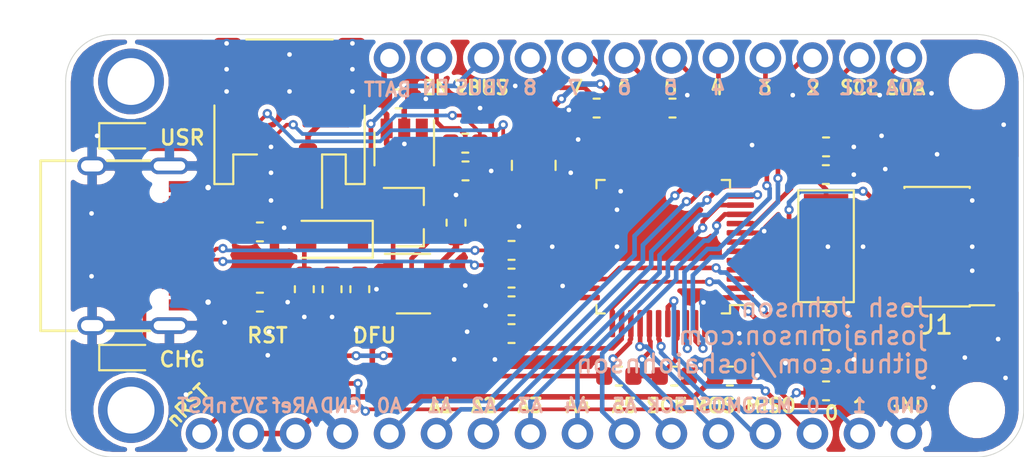
<source format=kicad_pcb>
(kicad_pcb (version 20171130) (host pcbnew "(5.1.4)-1")
  (title_block (rev 0) (company "Josh Johnson"))
  (layers (0 F.Cu signal) (31 B.Cu signal) (34 B.Paste user) (35 F.Paste user) (36 B.SilkS user) (37 F.SilkS user) (38 B.Mask user) (39 F.Mask user) (44 Edge.Cuts user))
  (net 0 "")
  (net 1 GND)
  (net 2 "Net-(C1-Pad1)")
  (net 3 "Net-(C2-Pad1)")
  (net 4 "Net-(C3-Pad1)")
  (net 5 +3V3)
  (net 6 /nRST)
  (net 7 +BATT)
  (net 8 VBUS)
  (net 9 "Net-(D2-Pad1)")
  (net 10 /SWDCLK)
  (net 11 /SWDIO)
  (net 12 /USB_D+)
  (net 13 "Net-(J2-PadA5)")
  (net 14 /USB_D-)
  (net 15 "Net-(J2-PadB5)")
  (net 16 "Net-(R1-Pad1)")
  (net 17 "Net-(R5-Pad2)")
  (net 18 "Net-(R6-Pad2)")
  (net 19 /BOOT0)
  (net 20 "Net-(R9-Pad1)")
  (net 21 "Net-(R11-Pad1)")
  (net 22 "Net-(R12-Pad1)")
  (net 23 "Net-(D3-Pad2)")
  (net 24 /LDO_EN)
  (net 25 /A0)
  (net 26 /A1)
  (net 27 /A2)
  (net 28 /A3)
  (net 29 /A4)
  (net 30 /A5)
  (net 31 /MOSI)
  (net 32 /MISO)
  (net 33 /SCK)
  (net 34 /SCL)
  (net 35 /SDA)
  (net 36 "Net-(D4-Pad2)")
  (net 37 "Net-(D4-Pad3)")
  (net 38 "Net-(D4-Pad1)")
  (net 39 /nLED)
  (net 40 /nLED_G)
  (net 41 /nLED_R)
  (net 42 /nLED_B)
  (net 43 /RX\IO0)
  (net 44 /TX\IO1)
  (net 45 /IO8)
  (net 46 /IO7)
  (net 47 /IO6)
  (net 48 /IO5)
  (net 49 /IO4)
  (net 50 /IO3)
  (net 51 /IO2)
  (net 52 "Net-(J1-Pad8)")
  (net 53 "Net-(J1-Pad7)")
  (net 54 "Net-(J1-Pad6)")
  (net 55 "Net-(J2-PadB8)")
  (net 56 "Net-(J2-PadA8)")
  (net 57 "Net-(U1-Pad31)")
  (net 58 "Net-(U1-Pad30)")
  (net 59 "Net-(U1-Pad4)")
  (net 60 "Net-(U1-Pad3)")
  (net 61 "Net-(U1-Pad2)")
  (net 62 "Net-(U2-Pad4)")
  (module josh-connectors:SAMTEC_FTSH-105-01-L-DV-R-TR (layer F.Cu) (at 175.4 100.8 180)
    (fp_text reference J1 (at 0 -4.235) (layer F.SilkS))
    (fp_text value 1.27_SWD)
    (pad 10 smd rect (at 1.95 2.54 180) (size 2.4 0.74) (layers F.Cu F.Paste F.Mask) (net 6 /nRST))
    (pad 9 smd rect (at -1.95 2.54 180) (size 2.4 0.74) (layers F.Cu F.Paste F.Mask) (net 1 GND))
    (pad 8 smd rect (at 1.95 1.27 180) (size 2.4 0.74) (layers F.Cu F.Paste F.Mask) (net 52 "Net-(J1-Pad8)"))
    (pad 7 smd rect (at -1.95 1.27 180) (size 2.4 0.74) (layers F.Cu F.Paste F.Mask) (net 53 "Net-(J1-Pad7)"))
    (pad 6 smd rect (at 1.95 0 180) (size 2.4 0.74) (layers F.Cu F.Paste F.Mask) (net 54 "Net-(J1-Pad6)"))
    (pad 5 smd rect (at -1.95 0 180) (size 2.4 0.74) (layers F.Cu F.Paste F.Mask) (net 1 GND))
    (pad 4 smd rect (at 1.95 -1.27 180) (size 2.4 0.74) (layers F.Cu F.Paste F.Mask) (net 10 /SWDCLK))
    (pad 3 smd rect (at -1.95 -1.27 180) (size 2.4 0.74) (layers F.Cu F.Paste F.Mask) (net 1 GND))
    (pad 2 smd rect (at 1.95 -2.54 180) (size 2.4 0.74) (layers F.Cu F.Paste F.Mask) (net 11 /SWDIO))
    (pad 1 smd rect (at -1.95 -2.54 180) (size 2.4 0.74) (layers F.Cu F.Paste F.Mask) (net 5 +3V3))
  )
  (module josh-logos:OSHW_Logo_3.6x3.6_F.Mask (layer F.Cu) (at 175.5 95.7)
    (fp_text reference G*** hide)
    (fp_text value LOGO hide)
  )
  (module josh-logos:josh-details (layer B.Cu) (at 170.1 105.7 180)
    (fp_text reference REF**)
    (fp_text value "Josh Details")
    (fp_text user github.com/joshajohnson (at 4.6736 -1.432) (layer B.SilkS) (effects (justify mirror)))
    (fp_text user joshajohnson.com (at 2 0.1) (layer B.SilkS) (effects (justify mirror)))
    (fp_text user "Josh Johnson" (at 0.2 1.6 180) (layer B.SilkS) (effects (justify mirror)))
  )
  (module Package_QFP:LQFP-48_7x7mm_P0.5mm (layer F.Cu) (at 160.6 100.8 180)
    (fp_text reference U1 hide)
    (fp_text value STM32F103C8Tx)
    (pad 48 smd roundrect (at -2.75 -4.1625 180) (size 0.3 1.475) (layers F.Cu F.Paste F.Mask) (net 5 +3V3))
    (pad 47 smd roundrect (at -2.25 -4.1625 180) (size 0.3 1.475) (layers F.Cu F.Paste F.Mask) (net 1 GND))
    (pad 46 smd roundrect (at -1.75 -4.1625 180) (size 0.3 1.475) (layers F.Cu F.Paste F.Mask) (net 35 /SDA))
    (pad 45 smd roundrect (at -1.25 -4.1625 180) (size 0.3 1.475) (layers F.Cu F.Paste F.Mask) (net 34 /SCL))
    (pad 44 smd roundrect (at -0.75 -4.1625 180) (size 0.3 1.475) (layers F.Cu F.Paste F.Mask) (net 19 /BOOT0))
    (pad 43 smd roundrect (at -0.25 -4.1625 180) (size 0.3 1.475) (layers F.Cu F.Paste F.Mask) (net 43 /RX\IO0))
    (pad 42 smd roundrect (at 0.25 -4.1625 180) (size 0.3 1.475) (layers F.Cu F.Paste F.Mask) (net 44 /TX\IO1))
    (pad 41 smd roundrect (at 0.75 -4.1625 180) (size 0.3 1.475) (layers F.Cu F.Paste F.Mask) (net 31 /MOSI))
    (pad 40 smd roundrect (at 1.25 -4.1625 180) (size 0.3 1.475) (layers F.Cu F.Paste F.Mask) (net 32 /MISO))
    (pad 39 smd roundrect (at 1.75 -4.1625 180) (size 0.3 1.475) (layers F.Cu F.Paste F.Mask) (net 33 /SCK))
    (pad 38 smd roundrect (at 2.25 -4.1625 180) (size 0.3 1.475) (layers F.Cu F.Paste F.Mask) (net 12 /USB_D+))
    (pad 37 smd roundrect (at 2.75 -4.1625 180) (size 0.3 1.475) (layers F.Cu F.Paste F.Mask) (net 10 /SWDCLK))
    (pad 36 smd roundrect (at 4.1625 -2.75 180) (size 1.475 0.3) (layers F.Cu F.Paste F.Mask) (net 5 +3V3))
    (pad 35 smd roundrect (at 4.1625 -2.25 180) (size 1.475 0.3) (layers F.Cu F.Paste F.Mask) (net 1 GND))
    (pad 34 smd roundrect (at 4.1625 -1.75 180) (size 1.475 0.3) (layers F.Cu F.Paste F.Mask) (net 11 /SWDIO))
    (pad 33 smd roundrect (at 4.1625 -1.25 180) (size 1.475 0.3) (layers F.Cu F.Paste F.Mask) (net 18 "Net-(R6-Pad2)"))
    (pad 32 smd roundrect (at 4.1625 -0.75 180) (size 1.475 0.3) (layers F.Cu F.Paste F.Mask) (net 17 "Net-(R5-Pad2)"))
    (pad 31 smd roundrect (at 4.1625 -0.25 180) (size 1.475 0.3) (layers F.Cu F.Paste F.Mask) (net 57 "Net-(U1-Pad31)"))
    (pad 30 smd roundrect (at 4.1625 0.25 180) (size 1.475 0.3) (layers F.Cu F.Paste F.Mask) (net 58 "Net-(U1-Pad30)"))
    (pad 29 smd roundrect (at 4.1625 0.75 180) (size 1.475 0.3) (layers F.Cu F.Paste F.Mask) (net 39 /nLED))
    (pad 28 smd roundrect (at 4.1625 1.25 180) (size 1.475 0.3) (layers F.Cu F.Paste F.Mask) (net 42 /nLED_B))
    (pad 27 smd roundrect (at 4.1625 1.75 180) (size 1.475 0.3) (layers F.Cu F.Paste F.Mask) (net 40 /nLED_G))
    (pad 26 smd roundrect (at 4.1625 2.25 180) (size 1.475 0.3) (layers F.Cu F.Paste F.Mask) (net 41 /nLED_R))
    (pad 25 smd roundrect (at 4.1625 2.75 180) (size 1.475 0.3) (layers F.Cu F.Paste F.Mask) (net 45 /IO8))
    (pad 24 smd roundrect (at 2.75 4.1625 180) (size 0.3 1.475) (layers F.Cu F.Paste F.Mask) (net 5 +3V3))
    (pad 23 smd roundrect (at 2.25 4.1625 180) (size 0.3 1.475) (layers F.Cu F.Paste F.Mask) (net 1 GND))
    (pad 22 smd roundrect (at 1.75 4.1625 180) (size 0.3 1.475) (layers F.Cu F.Paste F.Mask) (net 46 /IO7))
    (pad 21 smd roundrect (at 1.25 4.1625 180) (size 0.3 1.475) (layers F.Cu F.Paste F.Mask) (net 47 /IO6))
    (pad 20 smd roundrect (at 0.75 4.1625 180) (size 0.3 1.475) (layers F.Cu F.Paste F.Mask) (net 16 "Net-(R1-Pad1)"))
    (pad 19 smd roundrect (at 0.25 4.1625 180) (size 0.3 1.475) (layers F.Cu F.Paste F.Mask) (net 48 /IO5))
    (pad 18 smd roundrect (at -0.25 4.1625 180) (size 0.3 1.475) (layers F.Cu F.Paste F.Mask) (net 49 /IO4))
    (pad 17 smd roundrect (at -0.75 4.1625 180) (size 0.3 1.475) (layers F.Cu F.Paste F.Mask) (net 50 /IO3))
    (pad 16 smd roundrect (at -1.25 4.1625 180) (size 0.3 1.475) (layers F.Cu F.Paste F.Mask) (net 51 /IO2))
    (pad 15 smd roundrect (at -1.75 4.1625 180) (size 0.3 1.475) (layers F.Cu F.Paste F.Mask) (net 25 /A0))
    (pad 14 smd roundrect (at -2.25 4.1625 180) (size 0.3 1.475) (layers F.Cu F.Paste F.Mask) (net 26 /A1))
    (pad 13 smd roundrect (at -2.75 4.1625 180) (size 0.3 1.475) (layers F.Cu F.Paste F.Mask) (net 27 /A2))
    (pad 12 smd roundrect (at -4.1625 2.75 180) (size 1.475 0.3) (layers F.Cu F.Paste F.Mask) (net 28 /A3))
    (pad 11 smd roundrect (at -4.1625 2.25 180) (size 1.475 0.3) (layers F.Cu F.Paste F.Mask) (net 29 /A4))
    (pad 10 smd roundrect (at -4.1625 1.75 180) (size 1.475 0.3) (layers F.Cu F.Paste F.Mask) (net 30 /A5))
    (pad 9 smd roundrect (at -4.1625 1.25 180) (size 1.475 0.3) (layers F.Cu F.Paste F.Mask) (net 5 +3V3))
    (pad 8 smd roundrect (at -4.1625 0.75 180) (size 1.475 0.3) (layers F.Cu F.Paste F.Mask) (net 1 GND))
    (pad 7 smd roundrect (at -4.1625 0.25 180) (size 1.475 0.3) (layers F.Cu F.Paste F.Mask) (net 6 /nRST))
    (pad 6 smd roundrect (at -4.1625 -0.25 180) (size 1.475 0.3) (layers F.Cu F.Paste F.Mask) (net 3 "Net-(C2-Pad1)"))
    (pad 5 smd roundrect (at -4.1625 -0.75 180) (size 1.475 0.3) (layers F.Cu F.Paste F.Mask) (net 2 "Net-(C1-Pad1)"))
    (pad 4 smd roundrect (at -4.1625 -1.25 180) (size 1.475 0.3) (layers F.Cu F.Paste F.Mask) (net 59 "Net-(U1-Pad4)"))
    (pad 3 smd roundrect (at -4.1625 -1.75 180) (size 1.475 0.3) (layers F.Cu F.Paste F.Mask) (net 60 "Net-(U1-Pad3)"))
    (pad 2 smd roundrect (at -4.1625 -2.25 180) (size 1.475 0.3) (layers F.Cu F.Paste F.Mask) (net 61 "Net-(U1-Pad2)"))
    (pad 1 smd roundrect (at -4.1625 -2.75 180) (size 1.475 0.3) (layers F.Cu F.Paste F.Mask) (net 5 +3V3))
  )
  (module josh-connectors:featherwing-typeC (layer F.Cu) (at 154.6936 100.75)
    (fp_text reference J4)
    (fp_text value Feather)
    (fp_arc (start -23.8536 -8.89) (end -26.3936 -8.89) (angle 90) (layer Edge.Cuts) (width 0.05))
    (fp_arc (start -23.8536 8.89) (end -23.8536 11.43) (angle 90) (layer Edge.Cuts) (width 0.05))
    (fp_arc (start 22.8536 8.89) (end 22.8536 11.43) (angle -88.9) (layer Edge.Cuts) (width 0.05))
    (fp_arc (start 22.8536 -8.89) (end 22.8536 -11.43) (angle 90) (layer Edge.Cuts) (width 0.05))
    (fp_line (start -26.3936 -8.89) (end -26.3936 8.89) (layer Edge.Cuts) (width 0.05))
    (fp_line (start -23.8536 11.43) (end 22.8536 11.43) (layer Edge.Cuts) (width 0.05))
    (fp_line (start 25.393132 8.938762) (end 25.3936 -8.89) (layer Edge.Cuts) (width 0.05))
    (fp_line (start 22.8536 -11.43) (end -23.8536 -11.43) (layer Edge.Cuts) (width 0.05))
    (pad 2 thru_hole circle (at -16.51 10.16) (size 1.7 1.7) (drill 1) (layers *.Cu *.Mask) (net 5 +3V3))
    (pad 3 thru_hole circle (at -13.97 10.16) (size 1.7 1.7) (drill 1) (layers *.Cu *.Mask) (net 5 +3V3))
    (pad 4 thru_hole circle (at -11.43 10.16) (size 1.7 1.7) (drill 1) (layers *.Cu *.Mask) (net 1 GND))
    (pad 5 thru_hole circle (at -8.89 10.16) (size 1.7 1.7) (drill 1) (layers *.Cu *.Mask) (net 25 /A0))
    (pad 6 thru_hole circle (at -6.35 10.16) (size 1.7 1.7) (drill 1) (layers *.Cu *.Mask) (net 26 /A1))
    (pad 7 thru_hole circle (at -3.81 10.16) (size 1.7 1.7) (drill 1) (layers *.Cu *.Mask) (net 27 /A2))
    (pad 8 thru_hole circle (at -1.27 10.16) (size 1.7 1.7) (drill 1) (layers *.Cu *.Mask) (net 28 /A3))
    (pad 9 thru_hole circle (at 1.27 10.16) (size 1.7 1.7) (drill 1) (layers *.Cu *.Mask) (net 29 /A4))
    (pad 10 thru_hole circle (at 3.81 10.16) (size 1.7 1.7) (drill 1) (layers *.Cu *.Mask) (net 30 /A5))
    (pad 11 thru_hole circle (at 6.35 10.16) (size 1.7 1.7) (drill 1) (layers *.Cu *.Mask) (net 33 /SCK))
    (pad 12 thru_hole circle (at 8.89 10.16) (size 1.7 1.7) (drill 1) (layers *.Cu *.Mask) (net 31 /MOSI))
    (pad 13 thru_hole circle (at 11.43 10.16) (size 1.7 1.7) (drill 1) (layers *.Cu *.Mask) (net 32 /MISO))
    (pad 14 thru_hole circle (at 13.97 10.16) (size 1.7 1.7) (drill 1) (layers *.Cu *.Mask) (net 43 /RX\IO0))
    (pad 15 thru_hole circle (at 16.51 10.16) (size 1.7 1.7) (drill 1) (layers *.Cu *.Mask) (net 44 /TX\IO1))
    (pad 1 thru_hole circle (at -19.05 10.16) (size 1.7 1.7) (drill 1) (layers *.Cu *.Mask) (net 6 /nRST))
    (pad 16 thru_hole circle (at 19.05 10.16) (size 1.7 1.7) (drill 1) (layers *.Cu *.Mask) (net 1 GND))
    (pad 28 thru_hole circle (at -8.89 -10.16) (size 1.7 1.7) (drill 1) (layers *.Cu *.Mask) (net 7 +BATT))
    (pad 27 thru_hole circle (at -6.35 -10.16) (size 1.7 1.7) (drill 1) (layers *.Cu *.Mask) (net 24 /LDO_EN))
    (pad 26 thru_hole circle (at -3.81 -10.16) (size 1.7 1.7) (drill 1) (layers *.Cu *.Mask) (net 8 VBUS))
    (pad 25 thru_hole circle (at -1.27 -10.16) (size 1.7 1.7) (drill 1) (layers *.Cu *.Mask) (net 45 /IO8))
    (pad 24 thru_hole circle (at 1.27 -10.16) (size 1.7 1.7) (drill 1) (layers *.Cu *.Mask) (net 46 /IO7))
    (pad 23 thru_hole circle (at 3.81 -10.16) (size 1.7 1.7) (drill 1) (layers *.Cu *.Mask) (net 47 /IO6))
    (pad 22 thru_hole circle (at 6.35 -10.16) (size 1.7 1.7) (drill 1) (layers *.Cu *.Mask) (net 48 /IO5))
    (pad 21 thru_hole circle (at 8.89 -10.16) (size 1.7 1.7) (drill 1) (layers *.Cu *.Mask) (net 49 /IO4))
    (pad 20 thru_hole circle (at 11.43 -10.16) (size 1.7 1.7) (drill 1) (layers *.Cu *.Mask) (net 50 /IO3))
    (pad 19 thru_hole circle (at 13.97 -10.16) (size 1.7 1.7) (drill 1) (layers *.Cu *.Mask) (net 51 /IO2))
    (pad 18 thru_hole circle (at 16.51 -10.16) (size 1.7 1.7) (drill 1) (layers *.Cu *.Mask) (net 34 /SCL))
    (pad 17 thru_hole circle (at 19.05 -10.16) (size 1.7 1.7) (drill 1) (layers *.Cu *.Mask) (net 35 /SDA))
    (pad GND thru_hole circle (at -22.86 -8.89) (size 3.556 3.556) (drill 2.54) (layers *.Cu *.Mask))
    (pad "" np_thru_hole circle (at 22.86 -8.89) (size 2.54 2.54) (drill 2.54) (layers *.Cu *.Mask))
    (pad GND thru_hole circle (at -22.86 8.89) (size 3.556 3.556) (drill 2.54) (layers *.Cu *.Mask))
    (pad "" np_thru_hole circle (at 22.86 8.89) (size 2.54 2.54) (drill 2.54) (layers *.Cu *.Mask))
  )
  (module Resistor_SMD:R_Array_Convex_4x0402 (layer F.Cu) (at 153.6 96.4 90)
    (fp_text reference RN1 hide)
    (fp_text value 1K)
    (pad 5 smd rect (at 0.5 0.75 90) (size 0.5 0.4) (layers F.Cu F.Paste F.Mask) (net 38 "Net-(D4-Pad1)"))
    (pad 6 smd rect (at 0.5 0.25 90) (size 0.5 0.3) (layers F.Cu F.Paste F.Mask) (net 36 "Net-(D4-Pad2)"))
    (pad 8 smd rect (at 0.5 -0.75 90) (size 0.5 0.4) (layers F.Cu F.Paste F.Mask) (net 23 "Net-(D3-Pad2)"))
    (pad 7 smd rect (at 0.5 -0.25 90) (size 0.5 0.3) (layers F.Cu F.Paste F.Mask) (net 37 "Net-(D4-Pad3)"))
    (pad 4 smd rect (at -0.5 0.75 90) (size 0.5 0.4) (layers F.Cu F.Paste F.Mask) (net 41 /nLED_R))
    (pad 2 smd rect (at -0.5 -0.25 90) (size 0.5 0.3) (layers F.Cu F.Paste F.Mask) (net 42 /nLED_B))
    (pad 3 smd rect (at -0.5 0.25 90) (size 0.5 0.3) (layers F.Cu F.Paste F.Mask) (net 40 /nLED_G))
    (pad 1 smd rect (at -0.5 -0.75 90) (size 0.5 0.4) (layers F.Cu F.Paste F.Mask) (net 39 /nLED))
  )
  (module josh-led:LED_0606 (layer F.Cu) (at 153.6 94.2 270)
    (fp_text reference D4 hide)
    (fp_text value LED_RGBA)
    (pad 3 smd rect (at 0.45 0.8 270) (size 0.55 0.7) (layers F.Cu F.Paste F.Mask) (net 37 "Net-(D4-Pad3)"))
    (pad 2 smd rect (at 0.45 -0.8 270) (size 0.55 0.7) (layers F.Cu F.Paste F.Mask) (net 36 "Net-(D4-Pad2)"))
    (pad 4 smd rect (at -0.45 0.8 270) (size 0.55 0.7) (layers F.Cu F.Paste F.Mask) (net 5 +3V3))
    (pad 1 smd rect (at -0.45 -0.8 270) (size 0.55 0.7) (layers F.Cu F.Paste F.Mask) (net 38 "Net-(D4-Pad1)"))
  )
  (module josh-connectors:JST_PH_S2B-PH-SM4-TB_1x02-1MP_P2.00mm_Horizontal (layer F.Cu) (at 140.4 94.1 180)
    (fp_text reference J3 hide)
    (fp_text value JST_PH)
    (pad 2 smd roundrect (at 3.35 2.9 180) (size 1.5 3.4) (layers F.Cu F.Paste F.Mask) (roundrect_rratio 0.167) (net 1 GND))
    (pad 2 smd roundrect (at -3.35 2.9 180) (size 1.5 3.4) (layers F.Cu F.Paste F.Mask) (roundrect_rratio 0.167) (net 1 GND))
    (pad 2 smd roundrect (at 1 -2.85 180) (size 1 3.5) (layers F.Cu F.Paste F.Mask) (net 1 GND))
    (pad 1 smd roundrect (at -1 -2.85 180) (size 1 3.5) (layers F.Cu F.Paste F.Mask) (net 7 +BATT))
  )
  (module LED_SMD:LED_0603_1608Metric_Castellated (layer F.Cu) (at 131.8 94.8)
    (fp_text reference D3 hide)
    (fp_text value RED)
    (pad 2 smd roundrect (at 0.8125 0) (size 1.225 0.85) (layers F.Cu F.Paste F.Mask) (net 23 "Net-(D3-Pad2)"))
    (pad 1 smd roundrect (at -0.8125 0) (size 1.225 0.85) (layers F.Cu F.Paste F.Mask) (net 1 GND))
  )
  (module josh-oscillators:Crystal_SMD_5032-2Pin_5.0x3.2mm (layer F.Cu) (at 169.4 100.8 270)
    (fp_text reference Y1 hide)
    (fp_text value 8MHz)
    (pad 2 smd rect (at 1.85 0 270) (size 2 2.4) (layers F.Cu F.Paste F.Mask) (net 2 "Net-(C1-Pad1)"))
    (pad 1 smd rect (at -1.85 0 270) (size 2 2.4) (layers F.Cu F.Paste F.Mask) (net 3 "Net-(C2-Pad1)"))
  )
  (module Package_TO_SOT_SMD:SOT-23-5 (layer F.Cu) (at 146.6 95.5 270)
    (fp_text reference U3 hide)
    (fp_text value MCP73831-2-OT)
    (pad 5 smd rect (at 1.1 -0.95 270) (size 1.06 0.65) (layers F.Cu F.Paste F.Mask) (net 22 "Net-(R12-Pad1)"))
    (pad 4 smd rect (at 1.1 0.95 270) (size 1.06 0.65) (layers F.Cu F.Paste F.Mask) (net 8 VBUS))
    (pad 3 smd rect (at -1.1 0.95 270) (size 1.06 0.65) (layers F.Cu F.Paste F.Mask) (net 7 +BATT))
    (pad 2 smd rect (at -1.1 0 270) (size 1.06 0.65) (layers F.Cu F.Paste F.Mask) (net 1 GND))
    (pad 1 smd rect (at -1.1 -0.95 270) (size 1.06 0.65) (layers F.Cu F.Paste F.Mask) (net 21 "Net-(R11-Pad1)"))
  )
  (module Package_TO_SOT_SMD:SOT-23-5 (layer F.Cu) (at 147.1 102.8)
    (fp_text reference U2 hide)
    (fp_text value AP2112K-3.3)
    (pad 5 smd rect (at 1.1 -0.95) (size 1.06 0.65) (layers F.Cu F.Paste F.Mask) (net 5 +3V3))
    (pad 4 smd rect (at 1.1 0.95) (size 1.06 0.65) (layers F.Cu F.Paste F.Mask) (net 62 "Net-(U2-Pad4)"))
    (pad 3 smd rect (at -1.1 0.95) (size 1.06 0.65) (layers F.Cu F.Paste F.Mask) (net 24 /LDO_EN))
    (pad 2 smd rect (at -1.1 0) (size 1.06 0.65) (layers F.Cu F.Paste F.Mask) (net 1 GND))
    (pad 1 smd rect (at -1.1 -0.95) (size 1.06 0.65) (layers F.Cu F.Paste F.Mask) (net 4 "Net-(C3-Pad1)"))
  )
  (module josh-buttons-switches:BT_PTS815 (layer F.Cu) (at 139.2 107.8)
    (fp_text reference SW2 hide)
    (fp_text value SW_Push)
    (pad 1 smd rect (at 2.2 1.125) (size 0.8 0.7) (layers F.Cu F.Paste F.Mask) (net 6 /nRST))
    (pad 2 smd rect (at 2.2 -1.125) (size 0.8 0.7) (layers F.Cu F.Paste F.Mask) (net 1 GND))
    (pad 1 smd rect (at -2.2 1.125) (size 0.8 0.7) (layers F.Cu F.Paste F.Mask) (net 6 /nRST))
    (pad 2 smd rect (at -2.2 -1.125) (size 0.8 0.7) (layers F.Cu F.Paste F.Mask) (net 1 GND))
  )
  (module josh-buttons-switches:BT_PTS815 (layer F.Cu) (at 145 107.8)
    (fp_text reference SW1 hide)
    (fp_text value SW_Push)
    (pad 1 smd rect (at 2.2 1.125) (size 0.8 0.7) (layers F.Cu F.Paste F.Mask) (net 5 +3V3))
    (pad 2 smd rect (at 2.2 -1.125) (size 0.8 0.7) (layers F.Cu F.Paste F.Mask) (net 20 "Net-(R9-Pad1)"))
    (pad 1 smd rect (at -2.2 1.125) (size 0.8 0.7) (layers F.Cu F.Paste F.Mask) (net 5 +3V3))
    (pad 2 smd rect (at -2.2 -1.125) (size 0.8 0.7) (layers F.Cu F.Paste F.Mask) (net 20 "Net-(R9-Pad1)"))
  )
  (module Resistor_SMD:R_0603_1608Metric (layer F.Cu) (at 169.4 108.6 180)
    (fp_text reference R13 hide)
    (fp_text value 10K)
    (pad 2 smd roundrect (at 0.7875 0 180) (size 0.875 0.95) (layers F.Cu F.Paste F.Mask) (net 6 /nRST))
    (pad 1 smd roundrect (at -0.7875 0 180) (size 0.875 0.95) (layers F.Cu F.Paste F.Mask) (net 5 +3V3))
  )
  (module Resistor_SMD:R_0603_1608Metric (layer F.Cu) (at 149.9125 96.7)
    (fp_text reference R12 hide)
    (fp_text value 10K)
    (pad 2 smd roundrect (at 0.7875 0) (size 0.875 0.95) (layers F.Cu F.Paste F.Mask) (net 1 GND))
    (pad 1 smd roundrect (at -0.7875 0) (size 0.875 0.95) (layers F.Cu F.Paste F.Mask) (net 22 "Net-(R12-Pad1)"))
  )
  (module Resistor_SMD:R_0603_1608Metric (layer F.Cu) (at 149.9 95.2)
    (fp_text reference R11 hide)
    (fp_text value 2K2)
    (pad 2 smd roundrect (at 0.7875 0) (size 0.875 0.95) (layers F.Cu F.Paste F.Mask) (net 9 "Net-(D2-Pad1)"))
    (pad 1 smd roundrect (at -0.7875 0) (size 0.875 0.95) (layers F.Cu F.Paste F.Mask) (net 21 "Net-(R11-Pad1)"))
  )
  (module Resistor_SMD:R_0603_1608Metric (layer F.Cu) (at 161.2 107.8)
    (fp_text reference R10 hide)
    (fp_text value 100K)
    (pad 2 smd roundrect (at 0.7875 0) (size 0.875 0.95) (layers F.Cu F.Paste F.Mask) (net 1 GND))
    (pad 1 smd roundrect (at -0.7875 0) (size 0.875 0.95) (layers F.Cu F.Paste F.Mask) (net 19 /BOOT0))
  )
  (module Resistor_SMD:R_0603_1608Metric (layer F.Cu) (at 158.2 107.8)
    (fp_text reference R9 hide)
    (fp_text value 10K)
    (pad 2 smd roundrect (at 0.7875 0) (size 0.875 0.95) (layers F.Cu F.Paste F.Mask) (net 19 /BOOT0))
    (pad 1 smd roundrect (at -0.7875 0) (size 0.875 0.95) (layers F.Cu F.Paste F.Mask) (net 20 "Net-(R9-Pad1)"))
  )
  (module Resistor_SMD:R_0603_1608Metric (layer F.Cu) (at 152.4 105.5 180)
    (fp_text reference R8 hide)
    (fp_text value 1K5)
    (pad 2 smd roundrect (at 0.7875 0 180) (size 0.875 0.95) (layers F.Cu F.Paste F.Mask) (net 12 /USB_D+))
    (pad 1 smd roundrect (at -0.7875 0 180) (size 0.875 0.95) (layers F.Cu F.Paste F.Mask) (net 5 +3V3))
  )
  (module Resistor_SMD:R_0603_1608Metric (layer F.Cu) (at 144.2 103.1 270)
    (fp_text reference R7 hide)
    (fp_text value 100K)
    (pad 2 smd roundrect (at 0.7875 0 270) (size 0.875 0.95) (layers F.Cu F.Paste F.Mask) (net 24 /LDO_EN))
    (pad 1 smd roundrect (at -0.7875 0 270) (size 0.875 0.95) (layers F.Cu F.Paste F.Mask) (net 4 "Net-(C3-Pad1)"))
  )
  (module Resistor_SMD:R_0603_1608Metric (layer F.Cu) (at 152.4 102.5)
    (fp_text reference R6 hide)
    (fp_text value 22R)
    (pad 2 smd roundrect (at 0.7875 0) (size 0.875 0.95) (layers F.Cu F.Paste F.Mask) (net 18 "Net-(R6-Pad2)"))
    (pad 1 smd roundrect (at -0.7875 0) (size 0.875 0.95) (layers F.Cu F.Paste F.Mask) (net 12 /USB_D+))
  )
  (module Resistor_SMD:R_0603_1608Metric (layer F.Cu) (at 152.4 101)
    (fp_text reference R5 hide)
    (fp_text value 22R)
    (pad 2 smd roundrect (at 0.7875 0) (size 0.875 0.95) (layers F.Cu F.Paste F.Mask) (net 17 "Net-(R5-Pad2)"))
    (pad 1 smd roundrect (at -0.7875 0) (size 0.875 0.95) (layers F.Cu F.Paste F.Mask) (net 14 /USB_D-))
  )
  (module Resistor_SMD:R_0603_1608Metric (layer F.Cu) (at 141.2 103.1 270)
    (fp_text reference R4 hide)
    (fp_text value 100K)
    (pad 2 smd roundrect (at 0.7875 0 270) (size 0.875 0.95) (layers F.Cu F.Paste F.Mask) (net 1 GND))
    (pad 1 smd roundrect (at -0.7875 0 270) (size 0.875 0.95) (layers F.Cu F.Paste F.Mask) (net 8 VBUS))
  )
  (module Resistor_SMD:R_0603_1608Metric (layer F.Cu) (at 138.8 103.8 180)
    (fp_text reference R3 hide)
    (fp_text value 5K1)
    (pad 2 smd roundrect (at 0.7875 0 180) (size 0.875 0.95) (layers F.Cu F.Paste F.Mask) (net 15 "Net-(J2-PadB5)"))
    (pad 1 smd roundrect (at -0.7875 0 180) (size 0.875 0.95) (layers F.Cu F.Paste F.Mask) (net 1 GND))
  )
  (module Resistor_SMD:R_0603_1608Metric (layer F.Cu) (at 138.8 100 180)
    (fp_text reference R2 hide)
    (fp_text value 5K1)
    (pad 2 smd roundrect (at 0.7875 0 180) (size 0.875 0.95) (layers F.Cu F.Paste F.Mask) (net 13 "Net-(J2-PadA5)"))
    (pad 1 smd roundrect (at -0.7875 0 180) (size 0.875 0.95) (layers F.Cu F.Paste F.Mask) (net 1 GND))
  )
  (module Resistor_SMD:R_0603_1608Metric (layer F.Cu) (at 161.1 93.3)
    (fp_text reference R1 hide)
    (fp_text value 10K)
    (pad 2 smd roundrect (at 0.7875 0) (size 0.875 0.95) (layers F.Cu F.Paste F.Mask) (net 1 GND))
    (pad 1 smd roundrect (at -0.7875 0) (size 0.875 0.95) (layers F.Cu F.Paste F.Mask) (net 16 "Net-(R1-Pad1)"))
  )
  (module Package_TO_SOT_SMD:SOT-23 (layer F.Cu) (at 146.9 99.2)
    (fp_text reference Q1 hide)
    (fp_text value DMP2045U)
    (pad 3 smd rect (at 1 0) (size 0.9 0.8) (layers F.Cu F.Paste F.Mask) (net 7 +BATT))
    (pad 2 smd rect (at -1 0.95) (size 0.9 0.8) (layers F.Cu F.Paste F.Mask) (net 4 "Net-(C3-Pad1)"))
    (pad 1 smd rect (at -1 -0.95) (size 0.9 0.8) (layers F.Cu F.Paste F.Mask) (net 8 VBUS))
  )
  (module josh-connectors:USB_C_Receptacle_GT-USB-7010 (layer F.Cu) (at 131.6 100.75 270)
    (fp_text reference J2 hide)
    (fp_text value USB_C_Receptacle_USB2.0)
    (pad A12 smd rect (at 3.35 -3.15 270) (size 0.3 1.75) (layers F.Cu F.Paste F.Mask) (net 1 GND))
    (pad B1 smd rect (at 3.05 -3.15 270) (size 0.3 1.75) (layers F.Cu F.Paste F.Mask) (net 1 GND))
    (pad B4 smd rect (at 2.25 -3.15 270) (size 0.3 1.75) (layers F.Cu F.Paste F.Mask) (net 8 VBUS))
    (pad A9 smd rect (at 2.55 -3.15 270) (size 0.3 1.75) (layers F.Cu F.Paste F.Mask) (net 8 VBUS))
    (pad B9 smd rect (at -2.25 -3.15 270) (size 0.3 1.75) (layers F.Cu F.Paste F.Mask) (net 8 VBUS))
    (pad A4 smd rect (at -2.55 -3.15 270) (size 0.3 1.75) (layers F.Cu F.Paste F.Mask) (net 8 VBUS))
    (pad B12 smd rect (at -3.05 -3.15 270) (size 0.3 1.75) (layers F.Cu F.Paste F.Mask) (net 1 GND))
    (pad A1 smd rect (at -3.35 -3.15 270) (size 0.3 1.75) (layers F.Cu F.Paste F.Mask) (net 1 GND))
    (pad A6 smd rect (at -0.25 -3.15 270) (size 0.3 1.75) (layers F.Cu F.Paste F.Mask) (net 12 /USB_D+))
    (pad A5 smd rect (at -1.25 -3.15 270) (size 0.3 1.75) (layers F.Cu F.Paste F.Mask) (net 13 "Net-(J2-PadA5)"))
    (pad B8 smd rect (at -1.75 -3.15 270) (size 0.3 1.75) (layers F.Cu F.Paste F.Mask) (net 55 "Net-(J2-PadB8)"))
    (pad B7 smd rect (at -0.75 -3.15 270) (size 0.3 1.75) (layers F.Cu F.Paste F.Mask) (net 14 /USB_D-))
    (pad B5 smd rect (at 1.75 -3.15 270) (size 0.3 1.75) (layers F.Cu F.Paste F.Mask) (net 15 "Net-(J2-PadB5)"))
    (pad A8 smd rect (at 1.25 -3.15 270) (size 0.3 1.75) (layers F.Cu F.Paste F.Mask) (net 56 "Net-(J2-PadA8)"))
    (pad B6 smd rect (at 0.75 -3.15 270) (size 0.3 1.75) (layers F.Cu F.Paste F.Mask) (net 12 /USB_D+))
    (pad A7 smd rect (at 0.25 -3.15 270) (size 0.3 1.75) (layers F.Cu F.Paste F.Mask) (net 14 /USB_D-))
    (pad "" np_thru_hole circle (at 2.89 -1.81 270) (size 0.65 0.65) (drill 0.65) (layers *.Cu *.Mask))
    (pad "" np_thru_hole circle (at -2.89 -1.81 270) (size 0.65 0.65) (drill 0.65) (layers *.Cu *.Mask))
    (pad S1 thru_hole oval (at 4.32 -2.31 270) (size 0.9 2.1) (drill oval 0.5 1.7) (layers *.Cu *.Mask) (net 1 GND))
    (pad S1 thru_hole oval (at -4.32 -2.31 270) (size 0.9 2.1) (drill oval 0.5 1.7) (layers *.Cu *.Mask) (net 1 GND))
    (pad S1 thru_hole oval (at 4.32 1.87 270) (size 1 1.6) (drill oval 0.6 1.2) (layers *.Cu *.Mask) (net 1 GND))
    (pad S1 thru_hole oval (at -4.32 1.87 270) (size 1 1.6) (drill oval 0.6 1.2) (layers *.Cu *.Mask) (net 1 GND))
  )
  (module LED_SMD:LED_0603_1608Metric_Castellated (layer F.Cu) (at 131.8 106.8)
    (fp_text reference D2 hide)
    (fp_text value ORG)
    (pad 2 smd roundrect (at 0.8125 0) (size 1.225 0.85) (layers F.Cu F.Paste F.Mask) (net 8 VBUS))
    (pad 1 smd roundrect (at -0.8125 0) (size 1.225 0.85) (layers F.Cu F.Paste F.Mask) (net 9 "Net-(D2-Pad1)"))
  )
  (module Diode_SMD:D_SOD-123F (layer F.Cu) (at 142.7 100.4 180)
    (fp_text reference D1 hide)
    (fp_text value MBR120)
    (pad 2 smd rect (at 1.4 0 180) (size 1.1 1.1) (layers F.Cu F.Paste F.Mask) (net 8 VBUS))
    (pad 1 smd rect (at -1.4 0 180) (size 1.1 1.1) (layers F.Cu F.Paste F.Mask) (net 4 "Net-(C3-Pad1)"))
  )
  (module Capacitor_SMD:C_0603_1608Metric (layer F.Cu) (at 146.3 92.8)
    (fp_text reference C10 hide)
    (fp_text value 10u)
    (pad 2 smd roundrect (at 0.7875 0) (size 0.875 0.95) (layers F.Cu F.Paste F.Mask) (net 1 GND))
    (pad 1 smd roundrect (at -0.7875 0) (size 0.875 0.95) (layers F.Cu F.Paste F.Mask) (net 7 +BATT))
  )
  (module Capacitor_SMD:C_0603_1608Metric (layer F.Cu) (at 169.4 106.9)
    (fp_text reference C9 hide)
    (fp_text value 100n)
    (pad 2 smd roundrect (at 0.7875 0) (size 0.875 0.95) (layers F.Cu F.Paste F.Mask) (net 1 GND))
    (pad 1 smd roundrect (at -0.7875 0) (size 0.875 0.95) (layers F.Cu F.Paste F.Mask) (net 6 /nRST))
  )
  (module Capacitor_SMD:C_0603_1608Metric (layer F.Cu) (at 149.4 99.5 90)
    (fp_text reference C8 hide)
    (fp_text value 10u)
    (pad 2 smd roundrect (at 0.7875 0 90) (size 0.875 0.95) (layers F.Cu F.Paste F.Mask) (net 1 GND))
    (pad 1 smd roundrect (at -0.7875 0 90) (size 0.875 0.95) (layers F.Cu F.Paste F.Mask) (net 5 +3V3))
  )
  (module Capacitor_SMD:C_0603_1608Metric (layer F.Cu) (at 152.4 104 180)
    (fp_text reference C7 hide)
    (fp_text value 100n)
    (pad 2 smd roundrect (at 0.7875 0 180) (size 0.875 0.95) (layers F.Cu F.Paste F.Mask) (net 1 GND))
    (pad 1 smd roundrect (at -0.7875 0 180) (size 0.875 0.95) (layers F.Cu F.Paste F.Mask) (net 5 +3V3))
  )
  (module Capacitor_SMD:C_0603_1608Metric (layer F.Cu) (at 164.2 107.8)
    (fp_text reference C6 hide)
    (fp_text value 100n)
    (pad 2 smd roundrect (at 0.7875 0) (size 0.875 0.95) (layers F.Cu F.Paste F.Mask) (net 1 GND))
    (pad 1 smd roundrect (at -0.7875 0) (size 0.875 0.95) (layers F.Cu F.Paste F.Mask) (net 5 +3V3))
  )
  (module Capacitor_SMD:C_0603_1608Metric (layer F.Cu) (at 157 93.3 180)
    (fp_text reference C5 hide)
    (fp_text value 100n)
    (pad 2 smd roundrect (at 0.7875 0 180) (size 0.875 0.95) (layers F.Cu F.Paste F.Mask) (net 1 GND))
    (pad 1 smd roundrect (at -0.7875 0 180) (size 0.875 0.95) (layers F.Cu F.Paste F.Mask) (net 5 +3V3))
  )
  (module Capacitor_SMD:C_0603_1608Metric (layer F.Cu) (at 169.4 95.4)
    (fp_text reference C4 hide)
    (fp_text value 100n)
    (pad 2 smd roundrect (at 0.7875 0) (size 0.875 0.95) (layers F.Cu F.Paste F.Mask) (net 1 GND))
    (pad 1 smd roundrect (at -0.7875 0) (size 0.875 0.95) (layers F.Cu F.Paste F.Mask) (net 5 +3V3))
  )
  (module Capacitor_SMD:C_0603_1608Metric (layer F.Cu) (at 142.7 103.1 270)
    (fp_text reference C3 hide)
    (fp_text value 10u)
    (pad 2 smd roundrect (at 0.7875 0 270) (size 0.875 0.95) (layers F.Cu F.Paste F.Mask) (net 1 GND))
    (pad 1 smd roundrect (at -0.7875 0 270) (size 0.875 0.95) (layers F.Cu F.Paste F.Mask) (net 4 "Net-(C3-Pad1)"))
  )
  (module Capacitor_SMD:C_0603_1608Metric (layer F.Cu) (at 169.3875 96.9)
    (fp_text reference C2 hide)
    (fp_text value 12P)
    (pad 2 smd roundrect (at 0.7875 0) (size 0.875 0.95) (layers F.Cu F.Paste F.Mask) (net 1 GND))
    (pad 1 smd roundrect (at -0.7875 0) (size 0.875 0.95) (layers F.Cu F.Paste F.Mask) (net 3 "Net-(C2-Pad1)"))
  )
  (module Capacitor_SMD:C_0603_1608Metric (layer F.Cu) (at 169.4 104.8)
    (fp_text reference C1 hide)
    (fp_text value 12P)
    (pad 2 smd roundrect (at 0.7875 0) (size 0.875 0.95) (layers F.Cu F.Paste F.Mask) (net 1 GND))
    (pad 1 smd roundrect (at -0.7875 0) (size 0.875 0.95) (layers F.Cu F.Paste F.Mask) (net 2 "Net-(C1-Pad1)"))
  )
  (gr_text A5 (at 158.5 109.4) (layer F.SilkS) (effects (font (size 0.75 0.75))))
  (gr_text A4 (at 156 109.4) (layer F.SilkS) (effects (font (size 0.75 0.75))))
  (gr_text A3 (at 153.4 109.4) (layer F.SilkS) (effects (font (size 0.75 0.75))))
  (gr_text A1 (at 148.6 109.4) (layer F.SilkS) (effects (font (size 0.75 0.75))))
  (gr_text A2 (at 150.9 109.4) (layer F.SilkS) (effects (font (size 0.75 0.75))))
  (gr_text 1 (at 171.2 109.4) (layer F.SilkS) (effects (font (size 0.75 0.75))))
  (gr_text SCK (at 160.8 109.4) (layer F.SilkS) (effects (font (size 0.75 0.75))))
  (gr_text GND (at 173.8 109.4) (layer F.SilkS) (effects (font (size 0.75 0.75))))
  (gr_text MISO (at 166.4 109.4) (layer F.SilkS) (effects (font (size 0.75 0.75))))
  (gr_text 0 (at 169.7 109.8) (layer F.SilkS) (effects (font (size 0.75 0.75))))
  (gr_text MOSI (at 163.5 109.4) (layer F.SilkS) (effects (font (size 0.75 0.75))))
  (gr_text nRST (at 134.9 109.4 45) (layer F.SilkS) (effects (font (size 0.75 0.75))))
  (gr_text VBUS (at 150.8 92.2) (layer F.SilkS) (effects (font (size 0.75 0.75))))
  (gr_text 5 (at 161 92.2) (layer F.SilkS) (effects (font (size 0.75 0.75))))
  (gr_text 8 (at 153.4 92.2) (layer F.SilkS) (effects (font (size 0.75 0.75))))
  (gr_text 2 (at 168.7 92.2) (layer F.SilkS) (effects (font (size 0.75 0.75))))
  (gr_text SCL (at 171.2 92.2) (layer F.SilkS) (effects (font (size 0.75 0.75))))
  (gr_text SDA (at 173.7 92.2) (layer F.SilkS) (effects (font (size 0.75 0.75))))
  (gr_text 4 (at 163.5 92.2) (layer F.SilkS) (effects (font (size 0.75 0.75))))
  (gr_text 3 (at 166.1 92.2) (layer F.SilkS) (effects (font (size 0.75 0.75))))
  (gr_text 6 (at 158.5 92.2) (layer F.SilkS) (effects (font (size 0.75 0.75))))
  (gr_text 7 (at 155.9 92.2) (layer F.SilkS) (effects (font (size 0.75 0.75))))
  (gr_text EN (at 148.3 92.2) (layer F.SilkS) (effects (font (size 0.75 0.75))))
  (gr_text BATT (at 145.7 92.3) (layer B.SilkS) (effects (font (size 0.75 0.75)) (justify mirror)))
  (gr_text EN (at 148.3 92.2) (layer B.SilkS) (effects (font (size 0.75 0.75)) (justify mirror)))
  (gr_text VBUS (at 150.8 92.2) (layer B.SilkS) (effects (font (size 0.75 0.75)) (justify mirror)))
  (gr_text SDA (at 173.7 92.2) (layer B.SilkS) (effects (font (size 0.75 0.75)) (justify mirror)))
  (gr_text SCL (at 171.2 92.2) (layer B.SilkS) (effects (font (size 0.75 0.75)) (justify mirror)))
  (gr_text 8 (at 153.4 92.2) (layer B.SilkS) (effects (font (size 0.75 0.75)) (justify mirror)))
  (gr_text 2 (at 168.7 92.2) (layer B.SilkS) (effects (font (size 0.75 0.75)) (justify mirror)))
  (gr_text 3 (at 166.1 92.2) (layer B.SilkS) (effects (font (size 0.75 0.75)) (justify mirror)))
  (gr_text 4 (at 163.6 92.2) (layer B.SilkS) (effects (font (size 0.75 0.75)) (justify mirror)))
  (gr_text 6 (at 158.5 92.2) (layer B.SilkS) (effects (font (size 0.75 0.75)) (justify mirror)))
  (gr_text 5 (at 161 92.2) (layer B.SilkS) (effects (font (size 0.75 0.75)) (justify mirror)))
  (gr_text 7 (at 155.8 92.2) (layer B.SilkS) (effects (font (size 0.75 0.75)) (justify mirror)))
  (gr_text A5 (at 158.5 109.4) (layer B.SilkS) (effects (font (size 0.75 0.75)) (justify mirror)))
  (gr_text A4 (at 155.9 109.4) (layer B.SilkS) (effects (font (size 0.75 0.75)) (justify mirror)))
  (gr_text A3 (at 153.4 109.4) (layer B.SilkS) (effects (font (size 0.75 0.75)) (justify mirror)))
  (gr_text A2 (at 150.9 109.4) (layer B.SilkS) (effects (font (size 0.75 0.75)) (justify mirror)))
  (gr_text A1 (at 148.5 109.4) (layer B.SilkS) (effects (font (size 0.75 0.75)) (justify mirror)))
  (gr_text A0 (at 145.8 109.4) (layer B.SilkS) (effects (font (size 0.75 0.75)) (justify mirror)))
  (gr_text SCK (at 160.8 109.4) (layer B.SilkS) (effects (font (size 0.75 0.75)) (justify mirror)))
  (gr_text MOSI (at 163.5 109.4) (layer B.SilkS) (effects (font (size 0.75 0.75)) (justify mirror)))
  (gr_text MISO (at 166.2 109.4) (layer B.SilkS) (effects (font (size 0.75 0.75)) (justify mirror)))
  (gr_text 0 (at 168.7 109.4) (layer B.SilkS) (effects (font (size 0.75 0.75)) (justify mirror)))
  (gr_text 1 (at 171.2 109.4) (layer B.SilkS) (effects (font (size 0.75 0.75)) (justify mirror)))
  (gr_text GND (at 173.8 109.4) (layer B.SilkS) (effects (font (size 0.75 0.75)) (justify mirror)))
  (gr_text GND (at 143.2 109.4) (layer B.SilkS) (effects (font (size 0.75 0.75)) (justify mirror)))
  (gr_text ARef (at 140.7 109.4) (layer B.SilkS) (effects (font (size 0.75 0.75)) (justify mirror)))
  (gr_text 3V3 (at 138.2 109.4) (layer B.SilkS) (effects (font (size 0.75 0.75)) (justify mirror)))
  (gr_text nRST (at 135.7 109.4) (layer B.SilkS) (effects (font (size 0.75 0.75)) (justify mirror)))
  (gr_text DFU (at 145 105.6) (layer F.SilkS) (effects (font (size 0.8 0.8))))
  (gr_text RST (at 139.2 105.6) (layer F.SilkS) (effects (font (size 0.8 0.8))))
  (gr_text CHG (at 134.6 106.9) (layer F.SilkS) (effects (font (size 0.8 0.8))))
  (gr_text USR (at 134.6 94.9) (layer F.SilkS) (effects (font (size 0.8 0.8))))
  (via (at 177.3 98.3) (size 0.5) (drill 0.25) (layers F.Cu B.Cu) (net 1))
  (via (at 177.3 100.8) (size 0.5) (drill 0.25) (layers F.Cu B.Cu) (net 1))
  (via (at 177.3 102.1) (size 0.5) (drill 0.25) (layers F.Cu B.Cu) (net 1))
  (via (at 137 92.4) (size 0.5) (drill 0.25) (layers F.Cu B.Cu) (net 1))
  (via (at 137 89.8) (size 0.5) (drill 0.25) (layers F.Cu B.Cu) (net 1))
  (via (at 137 91.2) (size 0.5) (drill 0.25) (layers F.Cu B.Cu) (net 1))
  (via (at 139.4 95.4) (size 0.5) (drill 0.25) (layers F.Cu B.Cu) (net 1))
  (via (at 139.4 98.3) (size 0.5) (drill 0.25) (layers F.Cu B.Cu) (net 1))
  (via (at 139.4 96.8) (size 0.5) (drill 0.25) (layers F.Cu B.Cu) (net 1))
  (segment (start 149.4 98.7125) (end 149.4 98) (width 0.35) (layer F.Cu) (net 1))
  (segment (start 137 106.675) (end 139.225 106.675) (width 0.25) (layer F.Cu) (net 1))
  (segment (start 139.225 106.675) (end 141.4 106.675) (width 0.25) (layer F.Cu) (net 1))
  (via (at 139.225 106.675) (size 0.5) (drill 0.25) (layers F.Cu B.Cu) (net 1))
  (via (at 141.2 104.6) (size 0.5) (drill 0.25) (layers F.Cu B.Cu) (net 1))
  (segment (start 141.2 103.8875) (end 141.2 104.6) (width 0.25) (layer F.Cu) (net 1))
  (via (at 142.7 104.6) (size 0.5) (drill 0.25) (layers F.Cu B.Cu) (net 1))
  (segment (start 142.7 103.8875) (end 142.7 104.6) (width 0.25) (layer F.Cu) (net 1))
  (via (at 140.3 103.8) (size 0.5) (drill 0.25) (layers F.Cu B.Cu) (net 1))
  (segment (start 139.5875 103.8) (end 140.3 103.8) (width 0.25) (layer F.Cu) (net 1))
  (via (at 143.8 89.8) (size 0.5) (drill 0.25) (layers F.Cu B.Cu) (net 1))
  (via (at 143.8 91.2) (size 0.5) (drill 0.25) (layers F.Cu B.Cu) (net 1))
  (via (at 143.8 92.4) (size 0.5) (drill 0.25) (layers F.Cu B.Cu) (net 1))
  (segment (start 146.6 93.2875) (end 147.0875 92.8) (width 0.3) (layer F.Cu) (net 1))
  (segment (start 146.6 94.4) (end 146.6 93.2875) (width 0.3) (layer F.Cu) (net 1))
  (segment (start 149.4 98) (end 149.4 98) (width 0.35) (layer F.Cu) (net 1))
  (via (at 149.4 98) (size 0.5) (drill 0.25) (layers F.Cu B.Cu) (net 1))
  (via (at 130 94.8) (size 0.5) (drill 0.25) (layers F.Cu B.Cu) (net 1))
  (segment (start 130.9875 94.8) (end 130 94.8) (width 0.25) (layer F.Cu) (net 1))
  (via (at 136 97.6) (size 0.6) (drill 0.3) (layers F.Cu B.Cu) (net 1))
  (segment (start 134.75 97.7) (end 135.9 97.7) (width 0.3) (layer F.Cu) (net 1))
  (segment (start 135.9 97.7) (end 136 97.6) (width 0.3) (layer F.Cu) (net 1))
  (via (at 136 103.8) (size 0.6) (drill 0.3) (layers F.Cu B.Cu) (net 1))
  (segment (start 134.75 103.8) (end 136 103.8) (width 0.3) (layer F.Cu) (net 1))
  (via (at 170.9 106.9) (size 0.5) (drill 0.25) (layers F.Cu B.Cu) (net 1))
  (segment (start 170.1875 106.9) (end 170.9 106.9) (width 0.25) (layer F.Cu) (net 1))
  (via (at 170.9 96.9) (size 0.5) (drill 0.25) (layers F.Cu B.Cu) (net 1))
  (segment (start 170.175 96.9) (end 170.9 96.9) (width 0.25) (layer F.Cu) (net 1))
  (via (at 170.9 95.4) (size 0.5) (drill 0.25) (layers F.Cu B.Cu) (net 1))
  (segment (start 170.1875 95.4) (end 170.9 95.4) (width 0.25) (layer F.Cu) (net 1))
  (via (at 155.5 93.4) (size 0.5) (drill 0.25) (layers F.Cu B.Cu) (net 1))
  (segment (start 156.2125 93.4) (end 155.5 93.4) (width 0.25) (layer F.Cu) (net 1))
  (via (at 158.300002 97.8) (size 0.5) (drill 0.25) (layers F.Cu B.Cu) (net 1))
  (segment (start 158.35 97.750002) (end 158.300002 97.8) (width 0.25) (layer F.Cu) (net 1))
  (segment (start 158.35 96.6375) (end 158.35 97.750002) (width 0.25) (layer F.Cu) (net 1))
  (via (at 161.9 92.6) (size 0.5) (drill 0.25) (layers F.Cu B.Cu) (net 1))
  (segment (start 161.8875 93.3) (end 161.8875 92.6125) (width 0.25) (layer F.Cu) (net 1))
  (segment (start 161.8875 92.6125) (end 161.9 92.6) (width 0.25) (layer F.Cu) (net 1))
  (via (at 145.1 103.09999) (size 0.5) (drill 0.25) (layers F.Cu B.Cu) (net 1))
  (segment (start 146 102.8) (end 145.17 102.8) (width 0.3) (layer F.Cu) (net 1))
  (segment (start 145.17 102.8) (end 145.1 102.87) (width 0.3) (layer F.Cu) (net 1))
  (segment (start 145.1 102.87) (end 145.1 103.09999) (width 0.3) (layer F.Cu) (net 1))
  (segment (start 161.9875 107.8) (end 162.587499 107.200001) (width 0.25) (layer F.Cu) (net 1))
  (via (at 162.6 107.200001) (size 0.5) (drill 0.25) (layers F.Cu B.Cu) (net 1))
  (segment (start 162.587499 107.200001) (end 162.6 107.200001) (width 0.25) (layer F.Cu) (net 1))
  (segment (start 146.6 94.4) (end 146.6 95.231464) (width 0.3) (layer F.Cu) (net 1))
  (segment (start 146.6 95.231464) (end 146.607866 95.23933) (width 0.3) (layer F.Cu) (net 1))
  (via (at 146.607866 95.23933) (size 0.5) (drill 0.25) (layers F.Cu B.Cu) (net 1))
  (segment (start 139.612499 100.024999) (end 139.859949 100.024999) (width 0.25) (layer F.Cu) (net 1))
  (segment (start 139.859949 100.024999) (end 140.109948 99.775) (width 0.25) (layer F.Cu) (net 1))
  (segment (start 139.5875 100) (end 139.612499 100.024999) (width 0.25) (layer F.Cu) (net 1))
  (via (at 140.109948 99.775) (size 0.5) (drill 0.25) (layers F.Cu B.Cu) (net 1))
  (via (at 151.29999 96.7) (size 0.5) (drill 0.25) (layers F.Cu B.Cu) (net 1))
  (segment (start 150.7 96.7) (end 151.29999 96.7) (width 0.35) (layer F.Cu) (net 1))
  (segment (start 164.9875 107.8) (end 165.656645 107.8) (width 0.25) (layer F.Cu) (net 1))
  (segment (start 165.656645 107.8) (end 165.691084 107.765561) (width 0.25) (layer F.Cu) (net 1))
  (via (at 165.691084 107.765561) (size 0.5) (drill 0.25) (layers F.Cu B.Cu) (net 1))
  (segment (start 156.4375 103.05) (end 155.288166 103.05) (width 0.25) (layer F.Cu) (net 1))
  (segment (start 155.288166 103.05) (end 155.162489 102.924323) (width 0.25) (layer F.Cu) (net 1))
  (via (at 155.162489 102.924323) (size 0.5) (drill 0.25) (layers F.Cu B.Cu) (net 1))
  (segment (start 164.7625 100.05) (end 165.963187 100.05) (width 0.25) (layer F.Cu) (net 1))
  (segment (start 165.963187 100.05) (end 166.054447 99.95874) (width 0.25) (layer F.Cu) (net 1))
  (via (at 166.054447 99.95874) (size 0.5) (drill 0.25) (layers F.Cu B.Cu) (net 1))
  (segment (start 134.75 104.1) (end 134.75 103.8) (width 0.2) (layer F.Cu) (net 1))
  (segment (start 134.75 97.7) (end 134.75 97.4) (width 0.25) (layer F.Cu) (net 1))
  (segment (start 170.1875 104.8) (end 170.2 104.8) (width 0.25) (layer F.Cu) (net 1))
  (segment (start 170.2 104.8) (end 170.350001 104.649999) (width 0.25) (layer F.Cu) (net 1))
  (segment (start 170.350001 104.649999) (end 170.6 104.4) (width 0.25) (layer F.Cu) (net 1))
  (via (at 170.6 104.4) (size 0.5) (drill 0.25) (layers F.Cu B.Cu) (net 1))
  (segment (start 162.85 104.9625) (end 162.85 103.889013) (width 0.25) (layer F.Cu) (net 1))
  (segment (start 162.85 103.889013) (end 162.774704 103.813717) (width 0.25) (layer F.Cu) (net 1))
  (via (at 162.774704 103.813717) (size 0.5) (drill 0.25) (layers F.Cu B.Cu) (net 1))
  (segment (start 151.6125 104) (end 151.013188 104) (width 0.25) (layer F.Cu) (net 1))
  (segment (start 151.013188 104) (end 151.000521 103.987333) (width 0.25) (layer F.Cu) (net 1))
  (via (at 151.000521 103.987333) (size 0.5) (drill 0.25) (layers F.Cu B.Cu) (net 1))
  (segment (start 147.0875 92.8) (end 147.76859 92.8) (width 0.3) (layer F.Cu) (net 1))
  (via (at 147.76859 92.8) (size 0.5) (drill 0.25) (layers F.Cu B.Cu) (net 1))
  (via (at 140.4 90.4) (size 0.5) (drill 0.25) (layers F.Cu B.Cu) (net 1))
  (via (at 140.4 92.4) (size 0.5) (drill 0.25) (layers F.Cu B.Cu) (net 1))
  (via (at 129.7 99) (size 0.5) (drill 0.25) (layers F.Cu B.Cu) (net 1))
  (via (at 129.7 102.4) (size 0.5) (drill 0.25) (layers F.Cu B.Cu) (net 1))
  (via (at 134.8 108.8) (size 0.5) (drill 0.25) (layers F.Cu B.Cu) (net 1))
  (via (at 134.9 106.7) (size 0.5) (drill 0.25) (layers F.Cu B.Cu) (net 1))
  (via (at 136.9 104.9) (size 0.5) (drill 0.25) (layers F.Cu B.Cu) (net 1))
  (via (at 139.3 105.4) (size 0.5) (drill 0.25) (layers F.Cu B.Cu) (net 1))
  (via (at 144 105.3) (size 0.5) (drill 0.25) (layers F.Cu B.Cu) (net 1))
  (via (at 149.3 106.9) (size 0.5) (drill 0.25) (layers F.Cu B.Cu) (net 1))
  (via (at 151.5 106.9) (size 0.5) (drill 0.25) (layers F.Cu B.Cu) (net 1))
  (via (at 149.9 102.9) (size 0.5) (drill 0.25) (layers F.Cu B.Cu) (net 1))
  (via (at 152.8 99.7) (size 0.5) (drill 0.25) (layers F.Cu B.Cu) (net 1))
  (via (at 154.6 100.8) (size 0.5) (drill 0.25) (layers F.Cu B.Cu) (net 1))
  (via (at 164.7 105.5) (size 0.5) (drill 0.25) (layers F.Cu B.Cu) (net 1))
  (via (at 167.2 107.1) (size 0.5) (drill 0.25) (layers F.Cu B.Cu) (net 1))
  (via (at 171.4 100.8) (size 0.5) (drill 0.25) (layers F.Cu B.Cu) (net 1))
  (via (at 169.5 100.8) (size 0.5) (drill 0.25) (layers F.Cu B.Cu) (net 1))
  (via (at 158.1 98.8) (size 0.5) (drill 0.25) (layers F.Cu B.Cu) (net 1))
  (via (at 158.1 100.8) (size 0.5) (drill 0.25) (layers F.Cu B.Cu) (net 1))
  (via (at 172.4 94.8) (size 0.5) (drill 0.25) (layers F.Cu B.Cu) (net 1))
  (via (at 175.4 95.8) (size 0.5) (drill 0.25) (layers F.Cu B.Cu) (net 1))
  (via (at 178.7 105.8) (size 0.5) (drill 0.25) (layers F.Cu B.Cu) (net 1))
  (via (at 175.2 108.4) (size 0.5) (drill 0.25) (layers F.Cu B.Cu) (net 1))
  (via (at 176.9 106.8) (size 0.5) (drill 0.25) (layers F.Cu B.Cu) (net 1))
  (via (at 179.1 107.9) (size 0.5) (drill 0.25) (layers F.Cu B.Cu) (net 1))
  (via (at 179 94.2) (size 0.5) (drill 0.25) (layers F.Cu B.Cu) (net 1))
  (via (at 175.1 92.5) (size 0.5) (drill 0.25) (layers F.Cu B.Cu) (net 1))
  (via (at 172.3 92.6) (size 0.5) (drill 0.25) (layers F.Cu B.Cu) (net 1))
  (via (at 167.6 92.6) (size 0.5) (drill 0.25) (layers F.Cu B.Cu) (net 1))
  (via (at 165.4 95.3) (size 0.5) (drill 0.25) (layers F.Cu B.Cu) (net 1))
  (via (at 156 95) (size 0.5) (drill 0.25) (layers F.Cu B.Cu) (net 1))
  (via (at 155.6 96.8) (size 0.5) (drill 0.25) (layers F.Cu B.Cu) (net 1))
  (via (at 152.6 92.1) (size 0.5) (drill 0.25) (layers F.Cu B.Cu) (net 1))
  (via (at 150.7 93.3) (size 0.5) (drill 0.25) (layers F.Cu B.Cu) (net 1))
  (via (at 150 105.4) (size 0.5) (drill 0.25) (layers F.Cu B.Cu) (net 1))
  (via (at 172.6 96.6) (size 0.5) (drill 0.25) (layers F.Cu B.Cu) (net 1))
  (segment (start 169.074112 104.338388) (end 169.074112 104.325888) (width 0.25) (layer F.Cu) (net 2))
  (segment (start 168.6125 104.8) (end 169.074112 104.338388) (width 0.25) (layer F.Cu) (net 2))
  (segment (start 169.4 104) (end 169.4 102.65) (width 0.25) (layer F.Cu) (net 2))
  (segment (start 169.074112 104.325888) (end 169.4 104) (width 0.25) (layer F.Cu) (net 2))
  (segment (start 165.6 101.55) (end 164.7625 101.55) (width 0.25) (layer F.Cu) (net 2))
  (segment (start 168.05 101.55) (end 165.6 101.55) (width 0.25) (layer F.Cu) (net 2))
  (segment (start 169.4 102.65) (end 169.15 102.65) (width 0.25) (layer F.Cu) (net 2))
  (segment (start 169.15 102.65) (end 168.05 101.55) (width 0.25) (layer F.Cu) (net 2))
  (segment (start 169.4 97.7) (end 169.4 98.95) (width 0.25) (layer F.Cu) (net 3))
  (segment (start 168.6 96.9) (end 169.4 97.7) (width 0.25) (layer F.Cu) (net 3))
  (segment (start 169.15 98.95) (end 169.4 98.95) (width 0.25) (layer F.Cu) (net 3))
  (segment (start 164.7625 101.05) (end 167.05 101.05) (width 0.25) (layer F.Cu) (net 3))
  (segment (start 167.05 101.05) (end 169.15 98.95) (width 0.25) (layer F.Cu) (net 3))
  (segment (start 145.15 100.15) (end 145.9 100.15) (width 0.25) (layer F.Cu) (net 4))
  (segment (start 144.1 100.4) (end 144.9 100.4) (width 0.25) (layer F.Cu) (net 4))
  (segment (start 144.9 100.4) (end 145.15 100.15) (width 0.25) (layer F.Cu) (net 4))
  (segment (start 146 100.25) (end 145.9 100.15) (width 0.25) (layer F.Cu) (net 4))
  (segment (start 146 101.85) (end 146 100.25) (width 0.25) (layer F.Cu) (net 4))
  (segment (start 142.7 102.3125) (end 144.2 102.3125) (width 0.25) (layer F.Cu) (net 4))
  (segment (start 144.775 102.3125) (end 145.1 101.9875) (width 0.25) (layer F.Cu) (net 4))
  (segment (start 144.2 102.3125) (end 144.775 102.3125) (width 0.25) (layer F.Cu) (net 4))
  (segment (start 145.22 101.85) (end 146 101.85) (width 0.25) (layer F.Cu) (net 4))
  (segment (start 145.1 101.97) (end 145.22 101.85) (width 0.25) (layer F.Cu) (net 4))
  (segment (start 145.1 101.9875) (end 145.1 101.97) (width 0.25) (layer F.Cu) (net 4))
  (segment (start 149.4 100.855) (end 149.4 100.2875) (width 0.35) (layer F.Cu) (net 5))
  (segment (start 144.875 108.925) (end 144.875 108.925) (width 0.3) (layer F.Cu) (net 5))
  (segment (start 142.8 108.925) (end 142.7086 108.925) (width 0.3) (layer F.Cu) (net 5))
  (segment (start 156.4375 103.55) (end 154.45 103.55) (width 0.25) (layer F.Cu) (net 5))
  (segment (start 154 104) (end 153.1875 104) (width 0.25) (layer F.Cu) (net 5))
  (segment (start 154.45 103.55) (end 154 104) (width 0.25) (layer F.Cu) (net 5))
  (segment (start 153.1875 105.5) (end 153.1875 104) (width 0.25) (layer F.Cu) (net 5))
  (segment (start 148.405 101.85) (end 148.2 101.85) (width 0.3) (layer F.Cu) (net 5))
  (segment (start 149.4 100.855) (end 148.405 101.85) (width 0.3) (layer F.Cu) (net 5))
  (segment (start 157.85 93.4625) (end 157.7875 93.4) (width 0.25) (layer F.Cu) (net 5))
  (segment (start 157.85 96.6375) (end 157.85 93.4625) (width 0.25) (layer F.Cu) (net 5))
  (segment (start 144.875 108.925) (end 147.2 108.925) (width 0.3) (layer F.Cu) (net 5))
  (segment (start 144.225 108.925) (end 142.8 108.925) (width 0.3) (layer F.Cu) (net 5))
  (segment (start 144.225 108.925) (end 144.875 108.925) (width 0.3) (layer F.Cu) (net 5))
  (segment (start 140.7236 110.91) (end 138.1836 110.91) (width 0.3) (layer F.Cu) (net 5))
  (segment (start 141.573599 110.060001) (end 140.7236 110.91) (width 0.3) (layer F.Cu) (net 5))
  (segment (start 144.875 108.925) (end 142.7086 108.925) (width 0.3) (layer F.Cu) (net 5))
  (segment (start 142.7086 108.925) (end 141.573599 110.060001) (width 0.3) (layer F.Cu) (net 5))
  (segment (start 163.35 107.7375) (end 163.4125 107.8) (width 0.25) (layer F.Cu) (net 5))
  (segment (start 163.35 104.9625) (end 163.35 107.7375) (width 0.25) (layer F.Cu) (net 5))
  (segment (start 152.8 93.175) (end 152.725 93.1) (width 0.3) (layer F.Cu) (net 5))
  (segment (start 152.8 93.75) (end 152.8 93.175) (width 0.3) (layer F.Cu) (net 5))
  (via (at 155.1 92.8) (size 0.5) (drill 0.25) (layers F.Cu B.Cu) (net 5))
  (segment (start 152.725 93.1) (end 154.8 93.1) (width 0.3) (layer F.Cu) (net 5))
  (segment (start 154.8 93.1) (end 155.1 92.8) (width 0.3) (layer F.Cu) (net 5))
  (segment (start 157.7875 93.3) (end 157.7875 92.95924) (width 0.3) (layer F.Cu) (net 5))
  (via (at 157.2 92) (size 0.5) (drill 0.25) (layers F.Cu B.Cu) (net 5))
  (segment (start 157.7875 92.5875) (end 157.2 92) (width 0.3) (layer F.Cu) (net 5))
  (segment (start 157.7875 93.3) (end 157.7875 92.5875) (width 0.3) (layer F.Cu) (net 5))
  (segment (start 163.4125 107.8) (end 163.4125 107.7875) (width 0.3) (layer F.Cu) (net 5))
  (segment (start 166.824998 108.524998) (end 166.9 108.6) (width 0.25) (layer F.Cu) (net 5))
  (segment (start 167.5 96.5125) (end 167.5 97.65) (width 0.25) (layer F.Cu) (net 5))
  (segment (start 168.6125 95.4) (end 167.5 96.5125) (width 0.25) (layer F.Cu) (net 5))
  (segment (start 167.5 97.65) (end 165.6 99.55) (width 0.25) (layer F.Cu) (net 5))
  (segment (start 165.6 99.55) (end 164.7625 99.55) (width 0.25) (layer F.Cu) (net 5))
  (segment (start 144.875 106.336998) (end 144.875 108.500736) (width 0.3) (layer F.Cu) (net 5))
  (segment (start 146.211998 105) (end 144.875 106.336998) (width 0.3) (layer F.Cu) (net 5))
  (segment (start 148.8 105) (end 146.211998 105) (width 0.3) (layer F.Cu) (net 5))
  (segment (start 149.2 104.6) (end 148.8 105) (width 0.3) (layer F.Cu) (net 5))
  (segment (start 144.875 108.500736) (end 144.875 108.925) (width 0.3) (layer F.Cu) (net 5))
  (segment (start 148.405 101.85) (end 149.2 102.645) (width 0.3) (layer F.Cu) (net 5))
  (segment (start 149.2 102.645) (end 149.2 104.6) (width 0.3) (layer F.Cu) (net 5))
  (segment (start 162.950888 108.261612) (end 163.4125 107.8) (width 0.3) (layer F.Cu) (net 5))
  (segment (start 162.2875 108.925) (end 162.950888 108.261612) (width 0.3) (layer F.Cu) (net 5))
  (segment (start 147.2 108.925) (end 162.2875 108.925) (width 0.3) (layer F.Cu) (net 5))
  (segment (start 164.21251 106.99999) (end 165.776515 106.99999) (width 0.25) (layer F.Cu) (net 5))
  (segment (start 165.776515 106.99999) (end 166.824998 108.048473) (width 0.25) (layer F.Cu) (net 5))
  (segment (start 166.824998 108.048473) (end 166.824998 108.524998) (width 0.25) (layer F.Cu) (net 5))
  (segment (start 163.4125 107.8) (end 164.21251 106.99999) (width 0.25) (layer F.Cu) (net 5))
  (segment (start 163.65 103.55) (end 164.7625 103.55) (width 0.25) (layer F.Cu) (net 5))
  (segment (start 163.35 103.85) (end 163.65 103.55) (width 0.25) (layer F.Cu) (net 5))
  (segment (start 163.35 104.9625) (end 163.35 103.85) (width 0.25) (layer F.Cu) (net 5))
  (segment (start 173.16 108.2) (end 177.35 104.01) (width 0.3) (layer F.Cu) (net 5))
  (segment (start 177.35 104.01) (end 177.35 103.34) (width 0.3) (layer F.Cu) (net 5))
  (segment (start 152.42499 100.568496) (end 152.056484 100.19999) (width 0.25) (layer F.Cu) (net 5))
  (segment (start 153.1875 104) (end 152.42499 103.23749) (width 0.25) (layer F.Cu) (net 5))
  (segment (start 152.42499 103.23749) (end 152.42499 100.568496) (width 0.25) (layer F.Cu) (net 5))
  (segment (start 151.3 93.9) (end 152.1 93.1) (width 0.3) (layer F.Cu) (net 5))
  (segment (start 151.3 94.4) (end 151.3 93.9) (width 0.3) (layer F.Cu) (net 5))
  (segment (start 152.1 93.1) (end 152.725 93.1) (width 0.3) (layer F.Cu) (net 5))
  (segment (start 151.50027 94.60027) (end 151.3 94.4) (width 0.3) (layer F.Cu) (net 5))
  (segment (start 149.51251 100.17499) (end 152.031484 100.17499) (width 0.3) (layer F.Cu) (net 5))
  (segment (start 149.4 100.2875) (end 149.51251 100.17499) (width 0.3) (layer F.Cu) (net 5))
  (segment (start 152.031484 100.17499) (end 151.9 100.043506) (width 0.3) (layer F.Cu) (net 5))
  (segment (start 151.9 100.043506) (end 151.9 95.536411) (width 0.3) (layer F.Cu) (net 5))
  (segment (start 151.9 95.536411) (end 151.50027 95.136681) (width 0.3) (layer F.Cu) (net 5))
  (segment (start 151.50027 95.136681) (end 151.50027 94.60027) (width 0.3) (layer F.Cu) (net 5))
  (segment (start 166.824998 108.576) (end 167.648998 109.4) (width 0.25) (layer F.Cu) (net 5))
  (segment (start 166.824998 108.524998) (end 166.824998 108.576) (width 0.25) (layer F.Cu) (net 5))
  (segment (start 167.648998 109.4) (end 168.9875 109.4) (width 0.25) (layer F.Cu) (net 5))
  (segment (start 169.3875 109.4) (end 170.1875 108.6) (width 0.25) (layer F.Cu) (net 5))
  (segment (start 168.9875 109.4) (end 169.3875 109.4) (width 0.25) (layer F.Cu) (net 5))
  (segment (start 172.76 108.6) (end 173.16 108.2) (width 0.3) (layer F.Cu) (net 5))
  (segment (start 170.1875 108.6) (end 172.76 108.6) (width 0.3) (layer F.Cu) (net 5))
  (segment (start 156.7 92) (end 157.2 92) (width 0.3) (layer B.Cu) (net 5))
  (segment (start 155.1 92.8) (end 155.9 92) (width 0.3) (layer B.Cu) (net 5))
  (segment (start 155.9 92) (end 156.7 92) (width 0.3) (layer B.Cu) (net 5))
  (segment (start 170.3125 93.7) (end 168.6125 95.4) (width 0.3) (layer F.Cu) (net 5))
  (segment (start 176.7 93.7) (end 170.3125 93.7) (width 0.3) (layer F.Cu) (net 5))
  (segment (start 179.3 96.3) (end 176.7 93.7) (width 0.3) (layer F.Cu) (net 5))
  (segment (start 179.3 102.89) (end 179.3 96.3) (width 0.3) (layer F.Cu) (net 5))
  (segment (start 177.35 103.34) (end 178.85 103.34) (width 0.3) (layer F.Cu) (net 5))
  (segment (start 178.85 103.34) (end 179.3 102.89) (width 0.3) (layer F.Cu) (net 5))
  (segment (start 141.4 108.925) (end 137 108.925) (width 0.25) (layer F.Cu) (net 6))
  (segment (start 137 109.5536) (end 135.6436 110.91) (width 0.25) (layer F.Cu) (net 6))
  (segment (start 137 108.925) (end 137 109.5536) (width 0.25) (layer F.Cu) (net 6))
  (segment (start 168.6125 108.6) (end 168.6125 107.7875) (width 0.25) (layer F.Cu) (net 6))
  (segment (start 168.6125 107.7875) (end 168.6125 107.1) (width 0.25) (layer F.Cu) (net 6))
  (via (at 144.1 108.2) (size 0.5) (drill 0.25) (layers F.Cu B.Cu) (net 6))
  (segment (start 142.175 108.2) (end 144.1 108.2) (width 0.25) (layer F.Cu) (net 6))
  (segment (start 141.4 108.925) (end 141.45 108.925) (width 0.25) (layer F.Cu) (net 6))
  (segment (start 141.45 108.925) (end 142.175 108.2) (width 0.25) (layer F.Cu) (net 6))
  (via (at 144.5 109.7) (size 0.5) (drill 0.25) (layers F.Cu B.Cu) (net 6))
  (segment (start 144.1 108.2) (end 144.1 109.3) (width 0.25) (layer B.Cu) (net 6))
  (segment (start 144.1 109.3) (end 144.5 109.7) (width 0.25) (layer B.Cu) (net 6))
  (segment (start 168.5125 108.7) (end 168.6125 108.6) (width 0.2) (layer F.Cu) (net 6))
  (segment (start 167.8 108.7) (end 168.5125 108.7) (width 0.2) (layer F.Cu) (net 6))
  (via (at 165.458882 109.159989) (size 0.5) (drill 0.25) (layers F.Cu B.Cu) (net 6))
  (via (at 167.4 98.8) (size 0.5) (drill 0.25) (layers F.Cu B.Cu) (net 6))
  (segment (start 167.4 98.8) (end 167.4 98.4) (width 0.25) (layer B.Cu) (net 6))
  (via (at 171.4 97.8) (size 0.5) (drill 0.25) (layers F.Cu B.Cu) (net 6))
  (segment (start 167.4 98.4) (end 168 97.8) (width 0.25) (layer B.Cu) (net 6))
  (segment (start 168 97.8) (end 171.4 97.8) (width 0.25) (layer B.Cu) (net 6))
  (segment (start 171.5 97.8) (end 172 98.3) (width 0.25) (layer F.Cu) (net 6))
  (segment (start 171.4 97.8) (end 171.5 97.8) (width 0.25) (layer F.Cu) (net 6))
  (segment (start 173.41 98.3) (end 173.45 98.26) (width 0.25) (layer F.Cu) (net 6))
  (segment (start 172 98.3) (end 173.41 98.3) (width 0.25) (layer F.Cu) (net 6))
  (segment (start 167.4 99.448632) (end 167.4 99.153553) (width 0.25) (layer F.Cu) (net 6))
  (segment (start 167.4 99.153553) (end 167.4 98.8) (width 0.25) (layer F.Cu) (net 6))
  (segment (start 164.7625 100.55) (end 166.298632 100.55) (width 0.25) (layer F.Cu) (net 6))
  (segment (start 166.298632 100.55) (end 167.4 99.448632) (width 0.25) (layer F.Cu) (net 6))
  (segment (start 165.208883 109.409988) (end 165.458882 109.159989) (width 0.2) (layer F.Cu) (net 6))
  (segment (start 165.018871 109.6) (end 165.208883 109.409988) (width 0.2) (layer F.Cu) (net 6))
  (segment (start 144.5 109.7) (end 144.6 109.6) (width 0.2) (layer F.Cu) (net 6))
  (segment (start 144.6 109.6) (end 165.018871 109.6) (width 0.2) (layer F.Cu) (net 6))
  (segment (start 174.28 98.26) (end 173.45 98.26) (width 0.25) (layer F.Cu) (net 6))
  (segment (start 175.7 99.68) (end 174.28 98.26) (width 0.25) (layer F.Cu) (net 6))
  (segment (start 175.7 104.9) (end 175.7 99.68) (width 0.25) (layer F.Cu) (net 6))
  (segment (start 173.2125 107.3875) (end 175.7 104.9) (width 0.25) (layer F.Cu) (net 6))
  (segment (start 167.340005 109.159989) (end 167.549998 108.949996) (width 0.2) (layer B.Cu) (net 6))
  (segment (start 167.549998 108.949996) (end 167.799997 108.699997) (width 0.2) (layer B.Cu) (net 6))
  (segment (start 165.458882 109.159989) (end 167.340005 109.159989) (width 0.2) (layer B.Cu) (net 6))
  (via (at 167.799997 108.699997) (size 0.5) (drill 0.25) (layers F.Cu B.Cu) (net 6))
  (segment (start 172.8125 107.7875) (end 173.2125 107.3875) (width 0.25) (layer F.Cu) (net 6))
  (segment (start 168.6125 107.7875) (end 172.8125 107.7875) (width 0.25) (layer F.Cu) (net 6))
  (segment (start 145.65 93.65) (end 145.65 94.4) (width 0.3) (layer F.Cu) (net 7))
  (segment (start 145.5125 92.8) (end 145.5125 93.5125) (width 0.3) (layer F.Cu) (net 7))
  (segment (start 145.5125 93.5125) (end 145.65 93.65) (width 0.3) (layer F.Cu) (net 7))
  (segment (start 145.5125 90.8811) (end 145.8036 90.59) (width 0.3) (layer F.Cu) (net 7))
  (segment (start 145.5125 92.8) (end 145.5125 90.8811) (width 0.3) (layer F.Cu) (net 7))
  (segment (start 141.4 96.375) (end 141.4 96.85) (width 0.3) (layer F.Cu) (net 7))
  (segment (start 141.4 94.8) (end 141.4 96.85) (width 0.3) (layer F.Cu) (net 7))
  (segment (start 142 94.2) (end 141.4 94.8) (width 0.3) (layer F.Cu) (net 7))
  (segment (start 143.575 94.2) (end 142 94.2) (width 0.3) (layer F.Cu) (net 7))
  (segment (start 145.5125 92.8) (end 144.975 92.8) (width 0.3) (layer F.Cu) (net 7))
  (segment (start 144.975 92.8) (end 143.575 94.2) (width 0.3) (layer F.Cu) (net 7))
  (segment (start 146.7 98) (end 147.9 99.2) (width 0.3) (layer F.Cu) (net 7))
  (segment (start 146.7 96.28) (end 146.7 98) (width 0.3) (layer F.Cu) (net 7))
  (segment (start 145.65 94.4) (end 145.65 95.23) (width 0.3) (layer F.Cu) (net 7))
  (segment (start 145.65 95.23) (end 146.7 96.28) (width 0.3) (layer F.Cu) (net 7))
  (segment (start 134.75 103.3) (end 134.75 103) (width 0.25) (layer F.Cu) (net 8))
  (segment (start 141.2 100.5) (end 141.3 100.4) (width 0.25) (layer F.Cu) (net 8))
  (segment (start 141.2 102.3125) (end 141.2 100.5) (width 0.25) (layer F.Cu) (net 8))
  (segment (start 145.65 96.85) (end 145.65 96.6) (width 0.3) (layer F.Cu) (net 8))
  (segment (start 141.3 100.4) (end 142.1 100.4) (width 0.3) (layer F.Cu) (net 8))
  (segment (start 144.85 98.25) (end 144.55 97.95) (width 0.3) (layer F.Cu) (net 8))
  (segment (start 145.9 98.25) (end 144.85 98.25) (width 0.3) (layer F.Cu) (net 8))
  (segment (start 142.1 100.4) (end 144.55 97.95) (width 0.3) (layer F.Cu) (net 8))
  (segment (start 144.55 97.95) (end 145.65 96.85) (width 0.3) (layer F.Cu) (net 8))
  (segment (start 134.75 103) (end 134.725001 102.975001) (width 0.25) (layer F.Cu) (net 8))
  (segment (start 134.725001 102.975001) (end 133.575001 102.975001) (width 0.25) (layer F.Cu) (net 8))
  (segment (start 133.575001 102.975001) (end 133.2 102.6) (width 0.25) (layer F.Cu) (net 8))
  (segment (start 133.125002 98.999998) (end 133.625 98.5) (width 0.25) (layer F.Cu) (net 8))
  (segment (start 133.125002 102.525002) (end 133.125002 98.999998) (width 0.25) (layer F.Cu) (net 8))
  (segment (start 133.2 102.6) (end 133.125002 102.525002) (width 0.25) (layer F.Cu) (net 8))
  (segment (start 133.625 98.5) (end 134.75 98.5) (width 0.25) (layer F.Cu) (net 8))
  (segment (start 145.65 96.6) (end 145.65 96.395) (width 0.25) (layer F.Cu) (net 8))
  (via (at 144.8 94.149979) (size 0.5) (drill 0.25) (layers F.Cu B.Cu) (net 8))
  (segment (start 145.65 96.395) (end 144.8 95.545) (width 0.25) (layer F.Cu) (net 8))
  (segment (start 144.8 94.503532) (end 144.8 94.149979) (width 0.25) (layer F.Cu) (net 8))
  (segment (start 144.8 95.545) (end 144.8 94.503532) (width 0.25) (layer F.Cu) (net 8))
  (segment (start 135.925 98.5) (end 134.75 98.5) (width 0.3) (layer F.Cu) (net 8))
  (segment (start 137.8 98.5) (end 135.925 98.5) (width 0.3) (layer F.Cu) (net 8))
  (segment (start 138.5 99.2) (end 137.8 98.5) (width 0.3) (layer F.Cu) (net 8))
  (segment (start 139.13316 99.17499) (end 139.10815 99.2) (width 0.3) (layer F.Cu) (net 8))
  (segment (start 140.92499 99.17499) (end 139.13316 99.17499) (width 0.3) (layer F.Cu) (net 8))
  (segment (start 139.10815 99.2) (end 138.5 99.2) (width 0.3) (layer F.Cu) (net 8))
  (segment (start 141.3 99.55) (end 140.92499 99.17499) (width 0.3) (layer F.Cu) (net 8))
  (segment (start 141.3 100.4) (end 141.3 99.55) (width 0.3) (layer F.Cu) (net 8))
  (segment (start 134.75 98.5) (end 134.75 98.2) (width 0.25) (layer F.Cu) (net 8))
  (segment (start 133.050004 102.6) (end 133.2 102.6) (width 0.2) (layer F.Cu) (net 8))
  (segment (start 132.55999 103.090014) (end 133.050004 102.6) (width 0.2) (layer F.Cu) (net 8))
  (segment (start 132.6125 106.8) (end 132.55999 106.74749) (width 0.2) (layer F.Cu) (net 8))
  (segment (start 132.55999 106.74749) (end 132.55999 103.090014) (width 0.2) (layer F.Cu) (net 8))
  (segment (start 145.049999 93.89998) (end 144.8 94.149979) (width 0.25) (layer B.Cu) (net 8))
  (segment (start 146.849979 92.1) (end 145.049999 93.89998) (width 0.25) (layer B.Cu) (net 8))
  (segment (start 150.8836 90.59) (end 149.4868 91.9868) (width 0.25) (layer B.Cu) (net 8))
  (segment (start 149.3736 92.1) (end 146.849979 92.1) (width 0.25) (layer B.Cu) (net 8))
  (segment (start 149.4868 91.9868) (end 149.3736 92.1) (width 0.25) (layer B.Cu) (net 8))
  (via (at 149.4868 91.9868) (size 0.5) (drill 0.25) (layers F.Cu B.Cu) (net 8))
  (via (at 149.2 93.7) (size 0.5) (drill 0.25) (layers F.Cu B.Cu) (net 9))
  (segment (start 149.7625 93.7) (end 149.2 93.7) (width 0.2) (layer F.Cu) (net 9))
  (segment (start 150.6875 95.2) (end 150.6875 94.625) (width 0.2) (layer F.Cu) (net 9))
  (segment (start 150.6875 94.625) (end 149.7625 93.7) (width 0.2) (layer F.Cu) (net 9))
  (via (at 140.6 94.2) (size 0.5) (drill 0.25) (layers F.Cu B.Cu) (net 9))
  (segment (start 140.6 94.2) (end 141.099989 94.699989) (width 0.2) (layer B.Cu) (net 9))
  (segment (start 141.099989 94.699989) (end 145.134311 94.699989) (width 0.2) (layer B.Cu) (net 9))
  (segment (start 145.134311 94.699989) (end 146.1343 93.7) (width 0.2) (layer B.Cu) (net 9))
  (segment (start 146.1343 93.7) (end 148.846447 93.7) (width 0.2) (layer B.Cu) (net 9))
  (segment (start 148.846447 93.7) (end 149.2 93.7) (width 0.2) (layer B.Cu) (net 9))
  (segment (start 139.746447 94.7) (end 140.246447 94.2) (width 0.2) (layer F.Cu) (net 9))
  (segment (start 130.9875 106.8) (end 131.9 105.8875) (width 0.2) (layer F.Cu) (net 9))
  (segment (start 140.246447 94.2) (end 140.6 94.2) (width 0.2) (layer F.Cu) (net 9))
  (segment (start 131.9 105.8875) (end 131.9 96.1) (width 0.2) (layer F.Cu) (net 9))
  (segment (start 131.9 96.1) (end 132.47499 95.52501) (width 0.2) (layer F.Cu) (net 9))
  (segment (start 132.47499 95.52501) (end 137.84069 95.52501) (width 0.2) (layer F.Cu) (net 9))
  (segment (start 137.84069 95.52501) (end 138.6657 94.7) (width 0.2) (layer F.Cu) (net 9))
  (segment (start 138.6657 94.7) (end 139.746447 94.7) (width 0.2) (layer F.Cu) (net 9))
  (segment (start 157.85 104.9625) (end 157.85 104.125) (width 0.2) (layer F.Cu) (net 10))
  (segment (start 159.275002 102.699998) (end 162.746447 102.699998) (width 0.2) (layer F.Cu) (net 10))
  (segment (start 157.85 104.125) (end 159.275002 102.699998) (width 0.2) (layer F.Cu) (net 10))
  (segment (start 162.746447 102.699998) (end 163.1 102.699998) (width 0.2) (layer F.Cu) (net 10))
  (segment (start 164.950001 104.050017) (end 165.2 104.300016) (width 0.25) (layer B.Cu) (net 10))
  (segment (start 163.1 102.699998) (end 163.599982 102.699998) (width 0.25) (layer B.Cu) (net 10))
  (segment (start 163.599982 102.699998) (end 164.950001 104.050017) (width 0.25) (layer B.Cu) (net 10))
  (via (at 165.2 104.300016) (size 0.5) (drill 0.25) (layers F.Cu B.Cu) (net 10))
  (via (at 163.1 102.699998) (size 0.5) (drill 0.25) (layers F.Cu B.Cu) (net 10))
  (segment (start 165.2 104.300016) (end 167 106.100016) (width 0.25) (layer F.Cu) (net 10))
  (segment (start 167.000016 106.1) (end 173.2 106.1) (width 0.25) (layer F.Cu) (net 10))
  (segment (start 167 106.100016) (end 167.000016 106.1) (width 0.25) (layer F.Cu) (net 10))
  (segment (start 173.2 106.1) (end 175 104.3) (width 0.25) (layer F.Cu) (net 10))
  (segment (start 174.28 102.07) (end 173.45 102.07) (width 0.25) (layer F.Cu) (net 10))
  (segment (start 175 102.79) (end 174.28 102.07) (width 0.25) (layer F.Cu) (net 10))
  (segment (start 175 104.3) (end 175 102.79) (width 0.25) (layer F.Cu) (net 10))
  (segment (start 163.102164 101.948367) (end 163.455717 101.948367) (width 0.25) (layer F.Cu) (net 11))
  (segment (start 158.251633 101.948367) (end 163.102164 101.948367) (width 0.25) (layer F.Cu) (net 11))
  (segment (start 157.65 102.55) (end 158.251633 101.948367) (width 0.25) (layer F.Cu) (net 11))
  (segment (start 156.4375 102.55) (end 157.65 102.55) (width 0.25) (layer F.Cu) (net 11))
  (via (at 163.455717 101.948367) (size 0.5) (drill 0.25) (layers F.Cu B.Cu) (net 11))
  (segment (start 163.705716 102.198366) (end 163.99837 102.198366) (width 0.25) (layer B.Cu) (net 11))
  (segment (start 163.455717 101.948367) (end 163.705716 102.198366) (width 0.25) (layer B.Cu) (net 11))
  (segment (start 163.99837 102.198366) (end 166 104.199996) (width 0.25) (layer B.Cu) (net 11))
  (via (at 166 104.199996) (size 0.5) (drill 0.25) (layers F.Cu B.Cu) (net 11))
  (segment (start 166 104.199996) (end 167.400004 105.6) (width 0.2) (layer F.Cu) (net 11))
  (segment (start 173.45 103.91) (end 173.45 103.34) (width 0.2) (layer F.Cu) (net 11))
  (segment (start 171.76 105.6) (end 173.45 103.91) (width 0.2) (layer F.Cu) (net 11))
  (segment (start 167.400004 105.6) (end 171.76 105.6) (width 0.2) (layer F.Cu) (net 11))
  (segment (start 133.675 100.5) (end 134.75 100.5) (width 0.2) (layer F.Cu) (net 12))
  (segment (start 133.574999 100.600001) (end 133.675 100.5) (width 0.2) (layer F.Cu) (net 12))
  (segment (start 133.574999 101.390001) (end 133.574999 100.600001) (width 0.2) (layer F.Cu) (net 12))
  (segment (start 133.684998 101.5) (end 133.574999 101.390001) (width 0.2) (layer F.Cu) (net 12))
  (segment (start 134.75 101.5) (end 133.684998 101.5) (width 0.2) (layer F.Cu) (net 12))
  (via (at 136.8 101.599992) (size 0.5) (drill 0.25) (layers F.Cu B.Cu) (net 12))
  (segment (start 134.75 101.5) (end 136.700008 101.5) (width 0.2) (layer F.Cu) (net 12))
  (segment (start 136.700008 101.5) (end 136.8 101.599992) (width 0.2) (layer F.Cu) (net 12))
  (segment (start 158.35 105.8) (end 158.35 104.9625) (width 0.25) (layer F.Cu) (net 12))
  (segment (start 157.84999 106.30001) (end 158.35 105.8) (width 0.25) (layer F.Cu) (net 12))
  (segment (start 151.6125 105.5) (end 152.3 106.1875) (width 0.25) (layer F.Cu) (net 12))
  (segment (start 152.3 106.1875) (end 152.3 106.2) (width 0.25) (layer F.Cu) (net 12))
  (segment (start 152.40001 106.30001) (end 157.84999 106.30001) (width 0.25) (layer F.Cu) (net 12))
  (segment (start 152.3 106.2) (end 152.40001 106.30001) (width 0.25) (layer F.Cu) (net 12))
  (segment (start 151.150888 102.961612) (end 151.6125 102.5) (width 0.25) (layer F.Cu) (net 12))
  (segment (start 150.4 103.7125) (end 151.150888 102.961612) (width 0.25) (layer F.Cu) (net 12))
  (segment (start 151.6125 105.5) (end 151.6125 105.4125) (width 0.25) (layer F.Cu) (net 12))
  (segment (start 151.6125 105.4125) (end 150.4 104.2) (width 0.25) (layer F.Cu) (net 12))
  (segment (start 150.4 104.2) (end 150.4 103.7125) (width 0.25) (layer F.Cu) (net 12))
  (via (at 150.4 101.800006) (size 0.5) (drill 0.25) (layers F.Cu B.Cu) (net 12))
  (segment (start 150.753553 101.800006) (end 150.4 101.800006) (width 0.2) (layer F.Cu) (net 12))
  (segment (start 150.912506 101.800006) (end 150.753553 101.800006) (width 0.2) (layer F.Cu) (net 12))
  (segment (start 151.6125 102.5) (end 150.912506 101.800006) (width 0.2) (layer F.Cu) (net 12))
  (segment (start 150.199986 101.599992) (end 150.4 101.800006) (width 0.2) (layer B.Cu) (net 12))
  (segment (start 136.8 101.599992) (end 150.199986 101.599992) (width 0.2) (layer B.Cu) (net 12))
  (segment (start 137.5125 99.5) (end 138.0125 100) (width 0.25) (layer F.Cu) (net 13))
  (segment (start 134.75 99.5) (end 137.5125 99.5) (width 0.25) (layer F.Cu) (net 13))
  (segment (start 135.825 100) (end 134.75 100) (width 0.2) (layer F.Cu) (net 14))
  (segment (start 135.925001 100.100001) (end 135.825 100) (width 0.2) (layer F.Cu) (net 14))
  (segment (start 135.925001 100.899999) (end 135.925001 100.100001) (width 0.2) (layer F.Cu) (net 14))
  (segment (start 135.825 101) (end 135.925001 100.899999) (width 0.2) (layer F.Cu) (net 14))
  (segment (start 134.75 101) (end 135.825 101) (width 0.2) (layer F.Cu) (net 14))
  (via (at 136.8 100.899987) (size 0.5) (drill 0.25) (layers F.Cu B.Cu) (net 14))
  (segment (start 136.446447 100.899987) (end 136.8 100.899987) (width 0.2) (layer F.Cu) (net 14))
  (segment (start 135.825 101) (end 136.346434 101) (width 0.2) (layer F.Cu) (net 14))
  (segment (start 136.346434 101) (end 136.446447 100.899987) (width 0.2) (layer F.Cu) (net 14))
  (segment (start 151.6125 101) (end 150.422396 101) (width 0.2) (layer F.Cu) (net 14))
  (segment (start 150.422396 101) (end 150.42206 101.000336) (width 0.2) (layer F.Cu) (net 14))
  (via (at 150.42206 101.000336) (size 0.5) (drill 0.25) (layers F.Cu B.Cu) (net 14))
  (segment (start 150.421724 101) (end 150.42206 101.000336) (width 0.2) (layer B.Cu) (net 14))
  (segment (start 136.8 100.899987) (end 136.900013 101) (width 0.2) (layer B.Cu) (net 14))
  (segment (start 136.900013 101) (end 150.421724 101) (width 0.2) (layer B.Cu) (net 14))
  (segment (start 137.2 103.8) (end 138.0125 103.8) (width 0.25) (layer F.Cu) (net 15))
  (segment (start 134.75 102.5) (end 135.9 102.5) (width 0.25) (layer F.Cu) (net 15))
  (segment (start 135.9 102.5) (end 137.2 103.8) (width 0.25) (layer F.Cu) (net 15))
  (segment (start 160.3125 93.3) (end 160.3125 94.4875) (width 0.25) (layer F.Cu) (net 16))
  (segment (start 159.85 94.95) (end 159.85 96.6375) (width 0.25) (layer F.Cu) (net 16))
  (segment (start 160.3125 94.4875) (end 159.85 94.95) (width 0.25) (layer F.Cu) (net 16))
  (segment (start 153.7375 101.55) (end 153.1875 101) (width 0.25) (layer F.Cu) (net 17))
  (segment (start 156.4375 101.55) (end 153.7375 101.55) (width 0.25) (layer F.Cu) (net 17))
  (segment (start 153.6375 102.05) (end 153.1875 102.5) (width 0.25) (layer F.Cu) (net 18))
  (segment (start 156.4375 102.05) (end 153.6375 102.05) (width 0.25) (layer F.Cu) (net 18))
  (segment (start 158.9875 107.8) (end 160.4125 107.8) (width 0.25) (layer F.Cu) (net 19))
  (segment (start 160.4125 107.8) (end 161.274998 106.937502) (width 0.25) (layer F.Cu) (net 19))
  (segment (start 161.274998 106.937502) (end 161.274998 105.840704) (width 0.25) (layer F.Cu) (net 19))
  (segment (start 161.274998 105.840704) (end 161.35 105.765702) (width 0.25) (layer F.Cu) (net 19))
  (segment (start 161.35 105.765702) (end 161.35 104.9625) (width 0.25) (layer F.Cu) (net 19))
  (segment (start 147.775 106.675) (end 147.2 106.675) (width 0.25) (layer F.Cu) (net 20))
  (segment (start 157.4125 107.8) (end 148.9 107.8) (width 0.25) (layer F.Cu) (net 20))
  (segment (start 148.9 107.8) (end 147.775 106.675) (width 0.25) (layer F.Cu) (net 20))
  (via (at 144 106.7) (size 0.5) (drill 0.25) (layers F.Cu B.Cu) (net 20))
  (segment (start 142.825 106.7) (end 142.8 106.675) (width 0.25) (layer F.Cu) (net 20))
  (segment (start 144 106.7) (end 142.825 106.7) (width 0.25) (layer F.Cu) (net 20))
  (segment (start 147.2 106.675) (end 145.50001 106.675) (width 0.25) (layer F.Cu) (net 20))
  (segment (start 145.50001 106.675) (end 145.47501 106.7) (width 0.25) (layer F.Cu) (net 20))
  (segment (start 144 106.7) (end 145.47501 106.7) (width 0.25) (layer B.Cu) (net 20))
  (via (at 145.47501 106.7) (size 0.5) (drill 0.25) (layers F.Cu B.Cu) (net 20))
  (segment (start 147.55 94.75) (end 147.55 94.4) (width 0.3) (layer F.Cu) (net 21))
  (segment (start 149.1125 95.2) (end 148 95.2) (width 0.3) (layer F.Cu) (net 21))
  (segment (start 148 95.2) (end 147.55 94.75) (width 0.3) (layer F.Cu) (net 21))
  (segment (start 147.65 96.7) (end 149.125 96.7) (width 0.3) (layer F.Cu) (net 22))
  (segment (start 147.55 96.6) (end 147.65 96.7) (width 0.3) (layer F.Cu) (net 22))
  (segment (start 149.6 94.5) (end 145.9 94.5) (width 0.2) (layer B.Cu) (net 23))
  (segment (start 149.6 94.5) (end 149.4 94.5) (width 0.2) (layer B.Cu) (net 23))
  (segment (start 145.9 94.5) (end 145.3 95.1) (width 0.2) (layer B.Cu) (net 23))
  (via (at 139.2 93.6) (size 0.5) (drill 0.25) (layers F.Cu B.Cu) (net 23))
  (segment (start 145.3 95.1) (end 140.7 95.1) (width 0.2) (layer B.Cu) (net 23))
  (segment (start 140.7 95.1) (end 139.2 93.6) (width 0.2) (layer B.Cu) (net 23))
  (via (at 151.950281 94.201738) (size 0.5) (drill 0.25) (layers F.Cu B.Cu) (net 23))
  (segment (start 151.700282 94.451737) (end 151.950281 94.201738) (width 0.2) (layer B.Cu) (net 23))
  (segment (start 149.6 94.5) (end 151.652019 94.5) (width 0.2) (layer B.Cu) (net 23))
  (segment (start 151.652019 94.5) (end 151.700282 94.451737) (width 0.2) (layer B.Cu) (net 23))
  (segment (start 151.950281 94.950281) (end 151.950281 94.201738) (width 0.2) (layer F.Cu) (net 23))
  (segment (start 152.85 95.85) (end 151.950281 94.950281) (width 0.2) (layer F.Cu) (net 23))
  (segment (start 152.85 95.9) (end 152.85 95.85) (width 0.2) (layer F.Cu) (net 23))
  (segment (start 138 94.8) (end 139.2 93.6) (width 0.2) (layer F.Cu) (net 23))
  (segment (start 132.6125 94.8) (end 138 94.8) (width 0.2) (layer F.Cu) (net 23))
  (segment (start 145.8625 103.8875) (end 146 103.75) (width 0.25) (layer F.Cu) (net 24))
  (segment (start 144.2 103.8875) (end 145.8625 103.8875) (width 0.25) (layer F.Cu) (net 24))
  (segment (start 149.556484 94.39999) (end 148.69999 94.39999) (width 0.25) (layer F.Cu) (net 24))
  (segment (start 149.9 94.743506) (end 149.556484 94.39999) (width 0.25) (layer F.Cu) (net 24))
  (segment (start 150.2 97.443994) (end 149.9 97.143994) (width 0.25) (layer F.Cu) (net 24))
  (segment (start 149.9 97.143994) (end 149.9 94.743506) (width 0.25) (layer F.Cu) (net 24))
  (segment (start 149.831504 99.52499) (end 150.2 99.156494) (width 0.25) (layer F.Cu) (net 24))
  (segment (start 148.69999 94.39999) (end 148.3436 94.0436) (width 0.25) (layer F.Cu) (net 24))
  (segment (start 148.3436 91.792081) (end 148.3436 90.59) (width 0.25) (layer F.Cu) (net 24))
  (segment (start 150.2 99.156494) (end 150.2 97.443994) (width 0.25) (layer F.Cu) (net 24))
  (segment (start 148.918516 99.52499) (end 149.831504 99.52499) (width 0.25) (layer F.Cu) (net 24))
  (segment (start 146 103.75) (end 146.78 103.75) (width 0.25) (layer F.Cu) (net 24))
  (segment (start 146.78 103.75) (end 147 103.53) (width 0.25) (layer F.Cu) (net 24))
  (segment (start 148.3436 94.0436) (end 148.3436 91.792081) (width 0.25) (layer F.Cu) (net 24))
  (segment (start 147 103.53) (end 147 101.443506) (width 0.25) (layer F.Cu) (net 24))
  (segment (start 147 101.443506) (end 148.918516 99.52499) (width 0.25) (layer F.Cu) (net 24))
  (segment (start 159.049626 101.250374) (end 159.049626 100.220878) (width 0.25) (layer B.Cu) (net 25))
  (segment (start 151.150011 109.149989) (end 159.049626 101.250374) (width 0.25) (layer B.Cu) (net 25))
  (via (at 161.232299 98.038205) (size 0.5) (drill 0.25) (layers F.Cu B.Cu) (net 25))
  (segment (start 161.482298 97.788206) (end 161.232299 98.038205) (width 0.25) (layer F.Cu) (net 25))
  (segment (start 159.049626 100.220878) (end 160.9823 98.288204) (width 0.25) (layer B.Cu) (net 25))
  (segment (start 160.9823 98.288204) (end 161.232299 98.038205) (width 0.25) (layer B.Cu) (net 25))
  (segment (start 147.563611 109.149989) (end 151.150011 109.149989) (width 0.25) (layer B.Cu) (net 25))
  (segment (start 161.570494 97.70001) (end 161.482298 97.788206) (width 0.25) (layer F.Cu) (net 25))
  (segment (start 162.35 96.6375) (end 162.35 97.440702) (width 0.25) (layer F.Cu) (net 25))
  (segment (start 162.35 97.440702) (end 162.090692 97.70001) (width 0.25) (layer F.Cu) (net 25))
  (segment (start 145.8036 110.91) (end 147.563611 109.149989) (width 0.25) (layer B.Cu) (net 25))
  (segment (start 162.090692 97.70001) (end 161.570494 97.70001) (width 0.25) (layer F.Cu) (net 25))
  (via (at 161.854572 98.358818) (size 0.5) (drill 0.25) (layers F.Cu B.Cu) (net 26))
  (segment (start 162.068294 98.358818) (end 161.854572 98.358818) (width 0.25) (layer F.Cu) (net 26))
  (segment (start 162.85 97.577112) (end 162.068294 98.358818) (width 0.25) (layer F.Cu) (net 26))
  (segment (start 149.6536 109.6) (end 151.5 109.6) (width 0.25) (layer B.Cu) (net 26))
  (segment (start 159.499637 101.600363) (end 159.499637 100.713753) (width 0.25) (layer B.Cu) (net 26))
  (segment (start 151.5 109.6) (end 159.499637 101.600363) (width 0.25) (layer B.Cu) (net 26))
  (segment (start 148.3436 110.91) (end 149.6536 109.6) (width 0.25) (layer B.Cu) (net 26))
  (segment (start 159.499637 100.713753) (end 161.604573 98.608817) (width 0.25) (layer B.Cu) (net 26))
  (segment (start 161.604573 98.608817) (end 161.854572 98.358818) (width 0.25) (layer B.Cu) (net 26))
  (segment (start 162.85 96.6375) (end 162.85 97.577112) (width 0.25) (layer F.Cu) (net 26))
  (segment (start 163.35 97.890301) (end 163.214093 98.026208) (width 0.25) (layer F.Cu) (net 27))
  (segment (start 163.214093 98.026208) (end 162.964094 98.276207) (width 0.25) (layer F.Cu) (net 27))
  (segment (start 163.35 96.6375) (end 163.35 97.890301) (width 0.25) (layer F.Cu) (net 27))
  (via (at 162.964094 98.276207) (size 0.5) (drill 0.25) (layers F.Cu B.Cu) (net 27))
  (segment (start 159.949648 101.843952) (end 151.733599 110.060001) (width 0.25) (layer B.Cu) (net 27))
  (segment (start 151.733599 110.060001) (end 150.8836 110.91) (width 0.25) (layer B.Cu) (net 27))
  (segment (start 162.964094 98.276207) (end 162.714095 98.526206) (width 0.25) (layer B.Cu) (net 27))
  (segment (start 162.500371 98.526206) (end 159.949648 101.076929) (width 0.25) (layer B.Cu) (net 27))
  (segment (start 162.714095 98.526206) (end 162.500371 98.526206) (width 0.25) (layer B.Cu) (net 27))
  (segment (start 159.949648 101.076929) (end 159.949648 101.843952) (width 0.25) (layer B.Cu) (net 27))
  (segment (start 164.7625 98.05) (end 165.636812 98.05) (width 0.25) (layer F.Cu) (net 28))
  (segment (start 165.636812 98.05) (end 165.693295 97.993517) (width 0.25) (layer F.Cu) (net 28))
  (via (at 165.693295 97.993517) (size 0.5) (drill 0.25) (layers F.Cu B.Cu) (net 28))
  (segment (start 165.339742 97.993517) (end 165.333259 98) (width 0.25) (layer B.Cu) (net 28))
  (segment (start 165.693295 97.993517) (end 165.339742 97.993517) (width 0.25) (layer B.Cu) (net 28))
  (segment (start 163.002948 99.088355) (end 162.788355 99.088355) (width 0.25) (layer B.Cu) (net 28))
  (segment (start 164.091303 98) (end 163.002948 99.088355) (width 0.25) (layer B.Cu) (net 28))
  (segment (start 165.333259 98) (end 164.091303 98) (width 0.25) (layer B.Cu) (net 28))
  (segment (start 153.4236 110.91) (end 153.4236 109.1764) (width 0.25) (layer B.Cu) (net 28))
  (segment (start 153.4236 109.1764) (end 160.399659 102.200341) (width 0.25) (layer B.Cu) (net 28))
  (segment (start 160.399659 102.200341) (end 160.399659 101.263329) (width 0.25) (layer B.Cu) (net 28))
  (segment (start 160.399659 101.263329) (end 162.574633 99.088355) (width 0.25) (layer B.Cu) (net 28))
  (segment (start 162.574633 99.088355) (end 162.788355 99.088355) (width 0.25) (layer B.Cu) (net 28))
  (segment (start 162.482292 100.0317) (end 162.732291 99.781701) (width 0.25) (layer B.Cu) (net 29))
  (segment (start 160.84967 102.38674) (end 160.84967 101.664322) (width 0.25) (layer B.Cu) (net 29))
  (segment (start 160.84967 101.664322) (end 162.482292 100.0317) (width 0.25) (layer B.Cu) (net 29))
  (segment (start 155.9636 107.27281) (end 160.84967 102.38674) (width 0.25) (layer B.Cu) (net 29))
  (segment (start 162.732291 99.428148) (end 162.732291 99.781701) (width 0.25) (layer F.Cu) (net 29))
  (via (at 162.732291 99.781701) (size 0.5) (drill 0.25) (layers F.Cu B.Cu) (net 29))
  (segment (start 164.7625 98.55) (end 163.610439 98.55) (width 0.25) (layer F.Cu) (net 29))
  (segment (start 163.610439 98.55) (end 162.732291 99.428148) (width 0.25) (layer F.Cu) (net 29))
  (segment (start 155.9636 110.91) (end 155.9636 107.27281) (width 0.25) (layer B.Cu) (net 29))
  (via (at 163.484461 99.665941) (size 0.5) (drill 0.25) (layers F.Cu B.Cu) (net 30))
  (segment (start 164.7625 99.05) (end 163.925 99.05) (width 0.25) (layer F.Cu) (net 30))
  (segment (start 163.484461 99.490539) (end 163.484461 99.665941) (width 0.25) (layer F.Cu) (net 30))
  (segment (start 163.925 99.05) (end 163.484461 99.490539) (width 0.25) (layer F.Cu) (net 30))
  (segment (start 163.030612 100.473343) (end 163.484461 100.019494) (width 0.25) (layer B.Cu) (net 30))
  (segment (start 157.3 106.57282) (end 161.299681 102.573139) (width 0.25) (layer B.Cu) (net 30))
  (segment (start 161.299681 102.573139) (end 161.299681 101.980577) (width 0.25) (layer B.Cu) (net 30))
  (segment (start 158.5036 110.91) (end 157.3 109.7064) (width 0.25) (layer B.Cu) (net 30))
  (segment (start 157.3 109.7064) (end 157.3 106.57282) (width 0.25) (layer B.Cu) (net 30))
  (segment (start 161.299681 101.980577) (end 162.806915 100.473343) (width 0.25) (layer B.Cu) (net 30))
  (segment (start 163.484461 100.019494) (end 163.484461 99.665941) (width 0.25) (layer B.Cu) (net 30))
  (segment (start 162.806915 100.473343) (end 163.030612 100.473343) (width 0.25) (layer B.Cu) (net 30))
  (segment (start 159.85 105.875583) (end 159.905844 105.931427) (width 0.25) (layer F.Cu) (net 31))
  (via (at 159.458927 106.895622) (size 0.5) (drill 0.25) (layers F.Cu B.Cu) (net 31))
  (segment (start 159.905844 105.931427) (end 159.905844 106.448705) (width 0.25) (layer F.Cu) (net 31))
  (segment (start 159.85 104.9625) (end 159.85 105.875583) (width 0.25) (layer F.Cu) (net 31))
  (segment (start 159.905844 106.448705) (end 159.708926 106.645623) (width 0.25) (layer F.Cu) (net 31))
  (segment (start 159.708926 106.645623) (end 159.458927 106.895622) (width 0.25) (layer F.Cu) (net 31))
  (segment (start 159.458927 107.249175) (end 159.458927 106.895622) (width 0.25) (layer B.Cu) (net 31))
  (segment (start 159.458927 107.658927) (end 159.458927 107.249175) (width 0.25) (layer B.Cu) (net 31))
  (segment (start 161.3 109.5) (end 159.458927 107.658927) (width 0.25) (layer B.Cu) (net 31))
  (segment (start 162.1736 109.5) (end 161.3 109.5) (width 0.25) (layer B.Cu) (net 31))
  (segment (start 163.5836 110.91) (end 162.1736 109.5) (width 0.25) (layer B.Cu) (net 31))
  (via (at 159.330843 106.207428) (size 0.5) (drill 0.25) (layers F.Cu B.Cu) (net 32))
  (segment (start 159.35 104.9625) (end 159.35 106.188271) (width 0.25) (layer F.Cu) (net 32))
  (segment (start 159.35 106.188271) (end 159.330843 106.207428) (width 0.25) (layer F.Cu) (net 32))
  (segment (start 166.1236 110.91) (end 165.51 110.91) (width 0.25) (layer B.Cu) (net 32))
  (segment (start 162.76 109.449989) (end 160.026643 106.716632) (width 0.25) (layer B.Cu) (net 32))
  (segment (start 159.684396 106.207428) (end 159.330843 106.207428) (width 0.25) (layer B.Cu) (net 32))
  (segment (start 160.026643 106.716632) (end 160.026643 106.549675) (width 0.25) (layer B.Cu) (net 32))
  (segment (start 164.049989 109.449989) (end 162.76 109.449989) (width 0.25) (layer B.Cu) (net 32))
  (segment (start 165.51 110.91) (end 164.049989 109.449989) (width 0.25) (layer B.Cu) (net 32))
  (segment (start 160.026643 106.549675) (end 159.684396 106.207428) (width 0.25) (layer B.Cu) (net 32))
  (segment (start 157.884643 107.227528) (end 157.884643 106.873975) (width 0.25) (layer B.Cu) (net 33))
  (segment (start 158.85 104.9625) (end 158.85 105.8) (width 0.25) (layer F.Cu) (net 33))
  (segment (start 158.800011 105.9864) (end 157.912436 106.873975) (width 0.25) (layer F.Cu) (net 33))
  (segment (start 158.85 105.8) (end 158.800011 105.849989) (width 0.25) (layer F.Cu) (net 33))
  (segment (start 158.800011 105.849989) (end 158.800011 105.9864) (width 0.25) (layer F.Cu) (net 33))
  (segment (start 157.912436 106.873975) (end 157.884643 106.873975) (width 0.25) (layer F.Cu) (net 33))
  (segment (start 157.884643 107.751043) (end 157.884643 107.227528) (width 0.25) (layer B.Cu) (net 33))
  (segment (start 161.0436 110.91) (end 157.884643 107.751043) (width 0.25) (layer B.Cu) (net 33))
  (via (at 157.884643 106.873975) (size 0.5) (drill 0.25) (layers F.Cu B.Cu) (net 33))
  (via (at 166.2 97.5) (size 0.5) (drill 0.25) (layers F.Cu B.Cu) (net 34))
  (segment (start 168.7936 93) (end 171.2036 90.59) (width 0.25) (layer F.Cu) (net 34))
  (segment (start 166.2 97.5) (end 166.2 95.5936) (width 0.25) (layer F.Cu) (net 34))
  (segment (start 166.2 95.5936) (end 168.7936 93) (width 0.25) (layer F.Cu) (net 34))
  (segment (start 161.85 104.9625) (end 161.85 106.253498) (width 0.25) (layer F.Cu) (net 34))
  (segment (start 161.85 106.253498) (end 161.903231 106.306729) (width 0.25) (layer F.Cu) (net 34))
  (via (at 161.903231 106.306729) (size 0.5) (drill 0.25) (layers F.Cu B.Cu) (net 34))
  (segment (start 161.903231 105.953176) (end 161.749692 105.799637) (width 0.25) (layer B.Cu) (net 34))
  (segment (start 161.749692 105.799637) (end 161.749692 102.166977) (width 0.25) (layer B.Cu) (net 34))
  (segment (start 163.585877 100.923354) (end 166.349989 98.159242) (width 0.25) (layer B.Cu) (net 34))
  (segment (start 162.993315 100.923354) (end 163.585877 100.923354) (width 0.25) (layer B.Cu) (net 34))
  (segment (start 161.903231 106.306729) (end 161.903231 105.953176) (width 0.25) (layer B.Cu) (net 34))
  (segment (start 161.749692 102.166977) (end 162.993315 100.923354) (width 0.25) (layer B.Cu) (net 34))
  (segment (start 166.349989 97.649989) (end 166.2 97.5) (width 0.25) (layer B.Cu) (net 34))
  (segment (start 166.349989 98.159242) (end 166.349989 97.649989) (width 0.25) (layer B.Cu) (net 34))
  (via (at 166.8 97.1) (size 0.5) (drill 0.25) (layers F.Cu B.Cu) (net 35))
  (segment (start 162.35 105.903985) (end 162.498361 106.052346) (width 0.25) (layer F.Cu) (net 35))
  (via (at 162.74836 106.302345) (size 0.5) (drill 0.25) (layers F.Cu B.Cu) (net 35))
  (segment (start 162.498361 106.052346) (end 162.74836 106.302345) (width 0.25) (layer F.Cu) (net 35))
  (segment (start 162.35 104.9625) (end 162.35 105.903985) (width 0.25) (layer F.Cu) (net 35))
  (segment (start 166.8 95.968506) (end 166.8 97.1) (width 0.25) (layer F.Cu) (net 35))
  (segment (start 170.768506 92) (end 166.8 95.968506) (width 0.25) (layer F.Cu) (net 35))
  (segment (start 173.7436 90.59) (end 172.3336 92) (width 0.25) (layer F.Cu) (net 35))
  (segment (start 172.3336 92) (end 170.768506 92) (width 0.25) (layer F.Cu) (net 35))
  (segment (start 163.179715 101.373365) (end 163.814204 101.373365) (width 0.25) (layer B.Cu) (net 35))
  (segment (start 162.74836 105.84836) (end 162.199703 105.299703) (width 0.25) (layer B.Cu) (net 35))
  (segment (start 162.74836 106.302345) (end 162.74836 105.84836) (width 0.25) (layer B.Cu) (net 35))
  (segment (start 163.814204 101.373365) (end 166.8 98.387569) (width 0.25) (layer B.Cu) (net 35))
  (segment (start 162.199703 105.299703) (end 162.199703 102.353377) (width 0.25) (layer B.Cu) (net 35))
  (segment (start 166.8 98.387569) (end 166.8 97.453553) (width 0.25) (layer B.Cu) (net 35))
  (segment (start 166.8 97.453553) (end 166.8 97.1) (width 0.25) (layer B.Cu) (net 35))
  (segment (start 162.199703 102.353377) (end 163.179715 101.373365) (width 0.25) (layer B.Cu) (net 35))
  (segment (start 153.85 95.2) (end 154.4 94.65) (width 0.2) (layer F.Cu) (net 36))
  (segment (start 153.85 95.9) (end 153.85 95.2) (width 0.2) (layer F.Cu) (net 36))
  (segment (start 153.35 95.2) (end 152.8 94.65) (width 0.2) (layer F.Cu) (net 37))
  (segment (start 153.35 95.9) (end 153.35 95.2) (width 0.2) (layer F.Cu) (net 37))
  (segment (start 154.550002 93.75) (end 154.4 93.75) (width 0.2) (layer F.Cu) (net 38))
  (segment (start 154.35 95.45) (end 154.4 95.4) (width 0.2) (layer F.Cu) (net 38))
  (segment (start 154.35 95.9) (end 154.35 95.45) (width 0.2) (layer F.Cu) (net 38))
  (segment (start 154.4 95.4) (end 154.815002 95.4) (width 0.2) (layer F.Cu) (net 38))
  (segment (start 154.815002 95.4) (end 155.050001 95.165001) (width 0.2) (layer F.Cu) (net 38))
  (segment (start 155.050001 95.165001) (end 155.050001 94.249999) (width 0.2) (layer F.Cu) (net 38))
  (segment (start 155.050001 94.249999) (end 154.550002 93.75) (width 0.2) (layer F.Cu) (net 38))
  (segment (start 156.4375 100.05) (end 154.35 100.05) (width 0.2) (layer F.Cu) (net 39))
  (segment (start 152.85 98.55) (end 152.85 96.9) (width 0.2) (layer F.Cu) (net 39))
  (segment (start 154.35 100.05) (end 152.85 98.55) (width 0.2) (layer F.Cu) (net 39))
  (segment (start 154.55 99.05) (end 156.4375 99.05) (width 0.2) (layer F.Cu) (net 40))
  (segment (start 153.85 98.35) (end 153.85 96.9) (width 0.2) (layer F.Cu) (net 40))
  (segment (start 154.55 99.05) (end 153.85 98.35) (width 0.2) (layer F.Cu) (net 40))
  (segment (start 154.615698 98.55) (end 156.4375 98.55) (width 0.2) (layer F.Cu) (net 41))
  (segment (start 154.35 98.284302) (end 154.35 96.9) (width 0.2) (layer F.Cu) (net 41))
  (segment (start 154.615698 98.55) (end 154.35 98.284302) (width 0.2) (layer F.Cu) (net 41))
  (segment (start 154.45 99.55) (end 156.4375 99.55) (width 0.2) (layer F.Cu) (net 42))
  (segment (start 153.35 97.35) (end 153.35 96.9) (width 0.2) (layer F.Cu) (net 42))
  (segment (start 153.35 98.415698) (end 153.35 97.35) (width 0.2) (layer F.Cu) (net 42))
  (segment (start 154.45 99.515698) (end 153.35 98.415698) (width 0.2) (layer F.Cu) (net 42))
  (segment (start 154.45 99.55) (end 154.45 99.515698) (width 0.2) (layer F.Cu) (net 42))
  (via (at 166.124877 108.609979) (size 0.5) (drill 0.25) (layers F.Cu B.Cu) (net 43))
  (segment (start 167.574899 110.060001) (end 166.124877 108.609979) (width 0.25) (layer F.Cu) (net 43))
  (segment (start 168.6636 110.91) (end 168.424898 110.91) (width 0.25) (layer F.Cu) (net 43))
  (segment (start 168.424898 110.91) (end 167.574899 110.060001) (width 0.25) (layer F.Cu) (net 43))
  (segment (start 160.85 104.059267) (end 160.924683 103.984584) (width 0.25) (layer F.Cu) (net 43))
  (segment (start 160.924683 103.984584) (end 161.174682 103.734585) (width 0.25) (layer F.Cu) (net 43))
  (segment (start 160.85 104.9625) (end 160.85 104.059267) (width 0.25) (layer F.Cu) (net 43))
  (via (at 161.174682 103.734585) (size 0.5) (drill 0.25) (layers F.Cu B.Cu) (net 43))
  (segment (start 165.874878 108.35998) (end 162.942813 108.35998) (width 0.25) (layer B.Cu) (net 43))
  (segment (start 162.942813 108.35998) (end 161.174682 106.591849) (width 0.25) (layer B.Cu) (net 43))
  (segment (start 161.174682 104.088138) (end 161.174682 103.734585) (width 0.25) (layer B.Cu) (net 43))
  (segment (start 161.174682 106.591849) (end 161.174682 104.088138) (width 0.25) (layer B.Cu) (net 43))
  (segment (start 166.124877 108.609979) (end 165.874878 108.35998) (width 0.25) (layer B.Cu) (net 43))
  (segment (start 160.35 105.8) (end 160.4 105.85) (width 0.25) (layer F.Cu) (net 44))
  (segment (start 160.35 104.9625) (end 160.35 105.8) (width 0.25) (layer F.Cu) (net 44))
  (segment (start 160.4 105.85) (end 160.4 106.3) (width 0.25) (layer F.Cu) (net 44))
  (via (at 160.480854 106.19612) (size 0.5) (drill 0.25) (layers F.Cu B.Cu) (net 44))
  (segment (start 171.2036 110.91) (end 170.028599 109.734999) (width 0.25) (layer B.Cu) (net 44))
  (segment (start 170.028599 109.734999) (end 164.983997 109.734999) (width 0.25) (layer B.Cu) (net 44))
  (segment (start 162.9464 108.999978) (end 160.480854 106.534432) (width 0.25) (layer B.Cu) (net 44))
  (segment (start 160.480854 106.534432) (end 160.480854 106.19612) (width 0.25) (layer B.Cu) (net 44))
  (segment (start 164.983997 109.734999) (end 164.248976 108.999978) (width 0.25) (layer B.Cu) (net 44))
  (segment (start 164.248976 108.999978) (end 162.9464 108.999978) (width 0.25) (layer B.Cu) (net 44))
  (segment (start 156.4375 97.6625) (end 156.4375 98.05) (width 0.25) (layer F.Cu) (net 45))
  (segment (start 156.97501 97.12499) (end 156.4375 97.6625) (width 0.25) (layer F.Cu) (net 45))
  (segment (start 156.97501 92.818516) (end 156.97501 97.12499) (width 0.25) (layer F.Cu) (net 45))
  (segment (start 156.356494 92.2) (end 156.97501 92.818516) (width 0.25) (layer F.Cu) (net 45))
  (segment (start 153.4236 90.59) (end 155.0336 92.2) (width 0.25) (layer F.Cu) (net 45))
  (segment (start 155.0336 92.2) (end 156.356494 92.2) (width 0.25) (layer F.Cu) (net 45))
  (segment (start 156.79 90.59) (end 155.9636 90.59) (width 0.25) (layer F.Cu) (net 46))
  (segment (start 158.85 96.6375) (end 158.85 92.65) (width 0.25) (layer F.Cu) (net 46))
  (segment (start 158.85 92.65) (end 156.79 90.59) (width 0.25) (layer F.Cu) (net 46))
  (segment (start 159.35 91.4364) (end 158.5036 90.59) (width 0.25) (layer F.Cu) (net 47))
  (segment (start 159.35 96.6375) (end 159.35 91.4364) (width 0.25) (layer F.Cu) (net 47))
  (segment (start 163.1 93.5) (end 163.1 92.5) (width 0.25) (layer F.Cu) (net 48))
  (segment (start 163.1 92.5) (end 161.19 90.59) (width 0.25) (layer F.Cu) (net 48))
  (segment (start 161.550108 94.224957) (end 162.375043 94.224957) (width 0.25) (layer F.Cu) (net 48))
  (segment (start 160.44998 95.325086) (end 161.550108 94.224957) (width 0.25) (layer F.Cu) (net 48))
  (segment (start 160.399989 95.375081) (end 160.449981 95.325089) (width 0.25) (layer F.Cu) (net 48))
  (segment (start 161.19 90.59) (end 161.0436 90.59) (width 0.25) (layer F.Cu) (net 48))
  (segment (start 160.35 96.25) (end 160.37499 96.22501) (width 0.25) (layer F.Cu) (net 48))
  (segment (start 160.37499 96.22501) (end 160.37499 95.809308) (width 0.25) (layer F.Cu) (net 48))
  (segment (start 160.35 96.6375) (end 160.35 96.25) (width 0.25) (layer F.Cu) (net 48))
  (segment (start 160.37499 95.809308) (end 160.39999 95.784308) (width 0.25) (layer F.Cu) (net 48))
  (segment (start 162.375043 94.224957) (end 163.1 93.5) (width 0.25) (layer F.Cu) (net 48))
  (segment (start 160.39999 95.784308) (end 160.399991 95.526905) (width 0.25) (layer F.Cu) (net 48))
  (segment (start 160.449981 95.325089) (end 160.44998 95.325086) (width 0.25) (layer F.Cu) (net 48))
  (segment (start 160.399991 95.526905) (end 160.399989 95.375081) (width 0.25) (layer F.Cu) (net 48))
  (segment (start 162.561443 94.674968) (end 163.5836 93.652811) (width 0.25) (layer F.Cu) (net 49))
  (segment (start 160.89999 95.511487) (end 161.736508 94.674968) (width 0.25) (layer F.Cu) (net 49))
  (segment (start 163.5836 93.652811) (end 163.5836 91.792081) (width 0.25) (layer F.Cu) (net 49))
  (segment (start 160.85 96.6375) (end 160.850001 95.561477) (width 0.25) (layer F.Cu) (net 49))
  (segment (start 160.850001 95.561477) (end 160.89999 95.511487) (width 0.25) (layer F.Cu) (net 49))
  (segment (start 161.736508 94.674968) (end 162.561443 94.674968) (width 0.25) (layer F.Cu) (net 49))
  (segment (start 163.5836 91.792081) (end 163.5836 90.59) (width 0.25) (layer F.Cu) (net 49))
  (segment (start 161.922908 95.124979) (end 162.790702 95.124979) (width 0.25) (layer F.Cu) (net 50))
  (segment (start 162.790702 95.124979) (end 166.1236 91.792081) (width 0.25) (layer F.Cu) (net 50))
  (segment (start 161.35 95.697888) (end 161.922908 95.124979) (width 0.25) (layer F.Cu) (net 50))
  (segment (start 161.35 96.6375) (end 161.35 95.697888) (width 0.25) (layer F.Cu) (net 50))
  (segment (start 166.1236 91.792081) (end 166.1236 90.59) (width 0.25) (layer F.Cu) (net 50))
  (segment (start 168.21 90.59) (end 168.6636 90.59) (width 0.25) (layer F.Cu) (net 51))
  (segment (start 163.22501 95.57499) (end 168.21 90.59) (width 0.25) (layer F.Cu) (net 51))
  (segment (start 162.109308 95.57499) (end 163.22501 95.57499) (width 0.25) (layer F.Cu) (net 51))
  (segment (start 161.85 96.6375) (end 161.85 95.834298) (width 0.25) (layer F.Cu) (net 51))
  (segment (start 161.85 95.834298) (end 162.109308 95.57499) (width 0.25) (layer F.Cu) (net 51))
  (zone (net 1) (net_name GND) (layer B.Cu) (connect_pads (clearance 0.254)) (min_thickness 0.254) (fill yes (arc_segments 32) (thermal_gap 0.508) (thermal_bridge_width 0.508))
    (polygon (pts (xy 128.2 112.2) (xy 180.1 112.2) (xy 180.1 89.2) (xy 128.2 89.2)))
  )
  (zone (net 1) (net_name GND) (layer F.Cu) (connect_pads (clearance 0.254)) (min_thickness 0.254) (fill yes (arc_segments 32) (thermal_gap 0.508) (thermal_bridge_width 0.508))
    (polygon (pts (xy 128.2 112.2) (xy 180.1 112.2) (xy 180.1 89.2) (xy 128.2 89.2)))
  )
)
</source>
